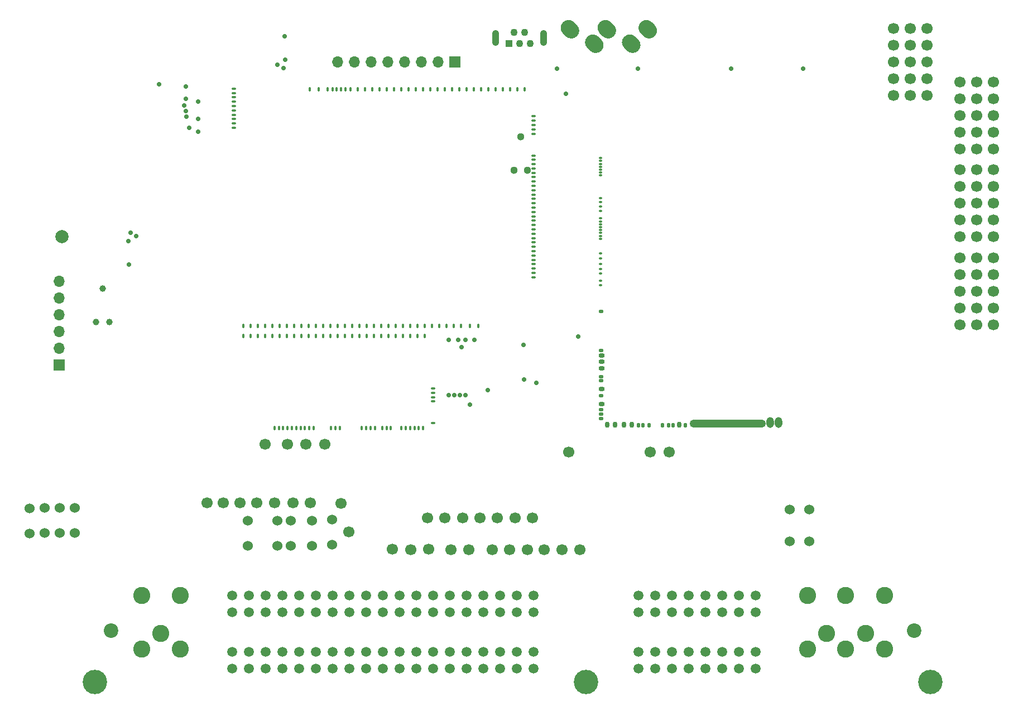
<source format=gbs>
G75*
G70*
%OFA0B0*%
%FSLAX25Y25*%
%IPPOS*%
%LPD*%
%AMOC8*
5,1,8,0,0,1.08239X$1,22.5*
%
%AMM69*
21,1,0.015350,0.009840,0.000000,0.000000,0.000000*
21,1,0.000000,0.025200,0.000000,0.000000,0.000000*
1,1,0.015350,0.000000,-0.004920*
1,1,0.015350,0.000000,-0.004920*
1,1,0.015350,0.000000,0.004920*
1,1,0.015350,0.000000,0.004920*
%
%AMM70*
21,1,0.015350,0.009840,0.000000,0.000000,270.000000*
21,1,0.000000,0.025200,0.000000,0.000000,270.000000*
1,1,0.015350,-0.004920,0.000000*
1,1,0.015350,-0.004920,0.000000*
1,1,0.015350,0.004920,0.000000*
1,1,0.015350,0.004920,0.000000*
%
%AMM85*
21,1,0.015350,0.009840,0.000000,0.000000,90.000000*
21,1,0.000000,0.025200,0.000000,0.000000,90.000000*
1,1,0.015350,0.004920,0.000000*
1,1,0.015350,0.004920,0.000000*
1,1,0.015350,-0.004920,0.000000*
1,1,0.015350,-0.004920,0.000000*
%
%ADD122O,0.04331X0.09449*%
%ADD127M70*%
%ADD130O,0.03937X0.05906*%
%ADD131C,0.02362*%
%ADD143O,0.01575X0.02362*%
%ADD150O,0.03701X0.02913*%
%ADD152O,0.06693X0.06693*%
%ADD160C,0.14567*%
%ADD166O,0.02913X0.02126*%
%ADD170O,0.02362X0.03150*%
%ADD187O,0.04488X0.06457*%
%ADD199O,0.45433X0.04882*%
%ADD214C,0.05906*%
%ADD233O,0.03150X0.02362*%
%ADD234O,0.02362X0.01575*%
%ADD244M85*%
%ADD245C,0.06000*%
%ADD260C,0.04451*%
%ADD264R,0.04331X0.04331*%
%ADD268C,0.08661*%
%ADD269C,0.04331*%
%ADD297O,0.02126X0.01339*%
%ADD307O,0.02913X0.03701*%
%ADD309O,0.01575X0.00787*%
%ADD312C,0.03900*%
%ADD40M69*%
%ADD41C,0.06693*%
%ADD43C,0.07874*%
%ADD50R,0.06693X0.06693*%
%ADD52O,0.44882X0.04331*%
%ADD73C,0.10236*%
%ADD77O,0.02126X0.02913*%
%ADD91C,0.02913*%
X0000000Y0000000D02*
%LPD*%
G01*
D160*
X0572236Y0021622D03*
X0073417Y0021622D03*
X0366724Y0021622D03*
D268*
X0562591Y0052331D03*
X0083063Y0052331D03*
D73*
X0101370Y0041307D03*
X0124205Y0041307D03*
X0112787Y0050480D03*
X0101370Y0073315D03*
X0124205Y0073315D03*
D214*
X0335307Y0073315D03*
X0325307Y0073315D03*
X0315307Y0073315D03*
X0305307Y0073315D03*
X0295307Y0073315D03*
X0285307Y0073315D03*
X0275307Y0073315D03*
X0265307Y0073315D03*
X0255307Y0073315D03*
X0245307Y0073315D03*
X0235307Y0073315D03*
X0225307Y0073315D03*
X0215307Y0073315D03*
X0205307Y0073315D03*
X0195307Y0073315D03*
X0185307Y0073315D03*
X0175307Y0073315D03*
X0165307Y0073315D03*
X0155307Y0073315D03*
X0335307Y0063315D03*
X0325307Y0063315D03*
X0315307Y0063315D03*
X0305307Y0063315D03*
X0295307Y0063315D03*
X0285307Y0063315D03*
X0275307Y0063315D03*
X0265307Y0063315D03*
X0255307Y0063315D03*
X0245307Y0063315D03*
X0235307Y0063315D03*
X0225307Y0063315D03*
X0215307Y0063315D03*
X0205307Y0063315D03*
X0195307Y0063315D03*
X0185307Y0063315D03*
X0175307Y0063315D03*
X0165307Y0063315D03*
X0155307Y0063315D03*
X0335307Y0039496D03*
X0325307Y0039496D03*
X0315307Y0039496D03*
X0305307Y0039496D03*
X0295307Y0039496D03*
X0285307Y0039496D03*
X0275307Y0039496D03*
X0265307Y0039496D03*
X0255307Y0039496D03*
X0245307Y0039496D03*
X0235307Y0039496D03*
X0225307Y0039496D03*
X0215307Y0039496D03*
X0205307Y0039496D03*
X0195307Y0039496D03*
X0185307Y0039496D03*
X0175307Y0039496D03*
X0165307Y0039496D03*
X0155307Y0039496D03*
X0335307Y0029496D03*
X0325307Y0029496D03*
X0315307Y0029496D03*
X0305307Y0029496D03*
X0295307Y0029496D03*
X0285307Y0029496D03*
X0275307Y0029496D03*
X0265307Y0029496D03*
X0255307Y0029496D03*
X0245307Y0029496D03*
X0235307Y0029496D03*
X0225307Y0029496D03*
X0215307Y0029496D03*
X0205307Y0029496D03*
X0195307Y0029496D03*
X0185307Y0029496D03*
X0175307Y0029496D03*
X0165307Y0029496D03*
X0155307Y0029496D03*
X0398181Y0029496D03*
X0408181Y0029496D03*
X0418181Y0029496D03*
X0428181Y0029496D03*
X0438181Y0029496D03*
X0448181Y0029496D03*
X0458181Y0029496D03*
X0468181Y0029496D03*
X0398181Y0039496D03*
X0408181Y0039496D03*
X0418181Y0039496D03*
X0428181Y0039496D03*
X0438181Y0039496D03*
X0448181Y0039496D03*
X0458181Y0039496D03*
X0468181Y0039496D03*
X0398181Y0063315D03*
X0408181Y0063315D03*
X0418181Y0063315D03*
X0428181Y0063315D03*
X0438181Y0063315D03*
X0448181Y0063315D03*
X0458181Y0063315D03*
X0468181Y0063315D03*
X0398181Y0073315D03*
X0408181Y0073315D03*
X0418181Y0073315D03*
X0428181Y0073315D03*
X0438181Y0073315D03*
X0448181Y0073315D03*
X0458181Y0073315D03*
X0468181Y0073315D03*
D73*
X0499008Y0041307D03*
X0521843Y0041307D03*
X0545071Y0041307D03*
X0510425Y0050480D03*
X0533654Y0050480D03*
X0499008Y0073315D03*
X0521843Y0073315D03*
X0545071Y0073315D03*
G36*
G01*
X0335982Y0358942D02*
X0334998Y0358942D01*
G75*
G02*
X0334506Y0359435I0000000J0000492D01*
G01*
X0334506Y0359435D01*
G75*
G02*
X0334998Y0359927I0000492J0000000D01*
G01*
X0335982Y0359927D01*
G75*
G02*
X0336474Y0359435I0000000J-000492D01*
G01*
X0336474Y0359435D01*
G75*
G02*
X0335982Y0358942I-000492J0000000D01*
G01*
G37*
G36*
G01*
X0334998Y0357328D02*
X0335982Y0357328D01*
G75*
G02*
X0336474Y0356836I0000000J-000492D01*
G01*
X0336474Y0356836D01*
G75*
G02*
X0335982Y0356344I-000492J0000000D01*
G01*
X0334998Y0356344D01*
G75*
G02*
X0334506Y0356836I0000000J0000492D01*
G01*
X0334506Y0356836D01*
G75*
G02*
X0334998Y0357328I0000492J0000000D01*
G01*
G37*
G36*
G01*
X0334998Y0354730D02*
X0335982Y0354730D01*
G75*
G02*
X0336474Y0354238I0000000J-000492D01*
G01*
X0336474Y0354238D01*
G75*
G02*
X0335982Y0353746I-000492J0000000D01*
G01*
X0334998Y0353746D01*
G75*
G02*
X0334506Y0354238I0000000J0000492D01*
G01*
X0334506Y0354238D01*
G75*
G02*
X0334998Y0354730I0000492J0000000D01*
G01*
G37*
G36*
G01*
X0334998Y0352131D02*
X0335982Y0352131D01*
G75*
G02*
X0336474Y0351639I0000000J-000492D01*
G01*
X0336474Y0351639D01*
G75*
G02*
X0335982Y0351147I-000492J0000000D01*
G01*
X0334998Y0351147D01*
G75*
G02*
X0334506Y0351639I0000000J0000492D01*
G01*
X0334506Y0351639D01*
G75*
G02*
X0334998Y0352131I0000492J0000000D01*
G01*
G37*
G36*
G01*
X0334998Y0349533D02*
X0335982Y0349533D01*
G75*
G02*
X0336474Y0349041I0000000J-000492D01*
G01*
X0336474Y0349041D01*
G75*
G02*
X0335982Y0348549I-000492J0000000D01*
G01*
X0334998Y0348549D01*
G75*
G02*
X0334506Y0349041I0000000J0000492D01*
G01*
X0334506Y0349041D01*
G75*
G02*
X0334998Y0349533I0000492J0000000D01*
G01*
G37*
G36*
G01*
X0334998Y0336541D02*
X0335982Y0336541D01*
G75*
G02*
X0336474Y0336049I0000000J-000492D01*
G01*
X0336474Y0336049D01*
G75*
G02*
X0335982Y0335557I-000492J0000000D01*
G01*
X0334998Y0335557D01*
G75*
G02*
X0334506Y0336049I0000000J0000492D01*
G01*
X0334506Y0336049D01*
G75*
G02*
X0334998Y0336541I0000492J0000000D01*
G01*
G37*
G36*
G01*
X0334998Y0333942D02*
X0335982Y0333942D01*
G75*
G02*
X0336474Y0333450I0000000J-000492D01*
G01*
X0336474Y0333450D01*
G75*
G02*
X0335982Y0332958I-000492J0000000D01*
G01*
X0334998Y0332958D01*
G75*
G02*
X0334506Y0333450I0000000J0000492D01*
G01*
X0334506Y0333450D01*
G75*
G02*
X0334998Y0333942I0000492J0000000D01*
G01*
G37*
G36*
G01*
X0334998Y0331344D02*
X0335982Y0331344D01*
G75*
G02*
X0336474Y0330852I0000000J-000492D01*
G01*
X0336474Y0330852D01*
G75*
G02*
X0335982Y0330360I-000492J0000000D01*
G01*
X0334998Y0330360D01*
G75*
G02*
X0334506Y0330852I0000000J0000492D01*
G01*
X0334506Y0330852D01*
G75*
G02*
X0334998Y0331344I0000492J0000000D01*
G01*
G37*
G36*
G01*
X0334998Y0328746D02*
X0335982Y0328746D01*
G75*
G02*
X0336474Y0328253I0000000J-000492D01*
G01*
X0336474Y0328253D01*
G75*
G02*
X0335982Y0327761I-000492J0000000D01*
G01*
X0334998Y0327761D01*
G75*
G02*
X0334506Y0328253I0000000J0000492D01*
G01*
X0334506Y0328253D01*
G75*
G02*
X0334998Y0328746I0000492J0000000D01*
G01*
G37*
G36*
G01*
X0334998Y0326147D02*
X0335982Y0326147D01*
G75*
G02*
X0336474Y0325655I0000000J-000492D01*
G01*
X0336474Y0325655D01*
G75*
G02*
X0335982Y0325163I-000492J0000000D01*
G01*
X0334998Y0325163D01*
G75*
G02*
X0334506Y0325655I0000000J0000492D01*
G01*
X0334506Y0325655D01*
G75*
G02*
X0334998Y0326147I0000492J0000000D01*
G01*
G37*
G36*
G01*
X0334998Y0323549D02*
X0335982Y0323549D01*
G75*
G02*
X0336474Y0323057I0000000J-000492D01*
G01*
X0336474Y0323057D01*
G75*
G02*
X0335982Y0322564I-000492J0000000D01*
G01*
X0334998Y0322564D01*
G75*
G02*
X0334506Y0323057I0000000J0000492D01*
G01*
X0334506Y0323057D01*
G75*
G02*
X0334998Y0323549I0000492J0000000D01*
G01*
G37*
G36*
G01*
X0334998Y0320950D02*
X0335982Y0320950D01*
G75*
G02*
X0336474Y0320458I0000000J-000492D01*
G01*
X0336474Y0320458D01*
G75*
G02*
X0335982Y0319966I-000492J0000000D01*
G01*
X0334998Y0319966D01*
G75*
G02*
X0334506Y0320458I0000000J0000492D01*
G01*
X0334506Y0320458D01*
G75*
G02*
X0334998Y0320950I0000492J0000000D01*
G01*
G37*
G36*
G01*
X0334998Y0318352D02*
X0335982Y0318352D01*
G75*
G02*
X0336474Y0317860I0000000J-000492D01*
G01*
X0336474Y0317860D01*
G75*
G02*
X0335982Y0317368I-000492J0000000D01*
G01*
X0334998Y0317368D01*
G75*
G02*
X0334506Y0317860I0000000J0000492D01*
G01*
X0334506Y0317860D01*
G75*
G02*
X0334998Y0318352I0000492J0000000D01*
G01*
G37*
G36*
G01*
X0334998Y0315753D02*
X0335982Y0315753D01*
G75*
G02*
X0336474Y0315261I0000000J-000492D01*
G01*
X0336474Y0315261D01*
G75*
G02*
X0335982Y0314769I-000492J0000000D01*
G01*
X0334998Y0314769D01*
G75*
G02*
X0334506Y0315261I0000000J0000492D01*
G01*
X0334506Y0315261D01*
G75*
G02*
X0334998Y0315753I0000492J0000000D01*
G01*
G37*
G36*
G01*
X0334998Y0313155D02*
X0335982Y0313155D01*
G75*
G02*
X0336474Y0312663I0000000J-000492D01*
G01*
X0336474Y0312663D01*
G75*
G02*
X0335982Y0312171I-000492J0000000D01*
G01*
X0334998Y0312171D01*
G75*
G02*
X0334506Y0312663I0000000J0000492D01*
G01*
X0334506Y0312663D01*
G75*
G02*
X0334998Y0313155I0000492J0000000D01*
G01*
G37*
G36*
G01*
X0334998Y0310557D02*
X0335982Y0310557D01*
G75*
G02*
X0336474Y0310064I0000000J-000492D01*
G01*
X0336474Y0310064D01*
G75*
G02*
X0335982Y0309572I-000492J0000000D01*
G01*
X0334998Y0309572D01*
G75*
G02*
X0334506Y0310064I0000000J0000492D01*
G01*
X0334506Y0310064D01*
G75*
G02*
X0334998Y0310557I0000492J0000000D01*
G01*
G37*
G36*
G01*
X0334998Y0307958D02*
X0335982Y0307958D01*
G75*
G02*
X0336474Y0307466I0000000J-000492D01*
G01*
X0336474Y0307466D01*
G75*
G02*
X0335982Y0306974I-000492J0000000D01*
G01*
X0334998Y0306974D01*
G75*
G02*
X0334506Y0307466I0000000J0000492D01*
G01*
X0334506Y0307466D01*
G75*
G02*
X0334998Y0307958I0000492J0000000D01*
G01*
G37*
G36*
G01*
X0334998Y0305360D02*
X0335982Y0305360D01*
G75*
G02*
X0336474Y0304868I0000000J-000492D01*
G01*
X0336474Y0304868D01*
G75*
G02*
X0335982Y0304375I-000492J0000000D01*
G01*
X0334998Y0304375D01*
G75*
G02*
X0334506Y0304868I0000000J0000492D01*
G01*
X0334506Y0304868D01*
G75*
G02*
X0334998Y0305360I0000492J0000000D01*
G01*
G37*
G36*
G01*
X0334998Y0302761D02*
X0335982Y0302761D01*
G75*
G02*
X0336474Y0302269I0000000J-000492D01*
G01*
X0336474Y0302269D01*
G75*
G02*
X0335982Y0301777I-000492J0000000D01*
G01*
X0334998Y0301777D01*
G75*
G02*
X0334506Y0302269I0000000J0000492D01*
G01*
X0334506Y0302269D01*
G75*
G02*
X0334998Y0302761I0000492J0000000D01*
G01*
G37*
G36*
G01*
X0334998Y0300163D02*
X0335982Y0300163D01*
G75*
G02*
X0336474Y0299671I0000000J-000492D01*
G01*
X0336474Y0299671D01*
G75*
G02*
X0335982Y0299179I-000492J0000000D01*
G01*
X0334998Y0299179D01*
G75*
G02*
X0334506Y0299671I0000000J0000492D01*
G01*
X0334506Y0299671D01*
G75*
G02*
X0334998Y0300163I0000492J0000000D01*
G01*
G37*
G36*
G01*
X0334998Y0297564D02*
X0335982Y0297564D01*
G75*
G02*
X0336474Y0297072I0000000J-000492D01*
G01*
X0336474Y0297072D01*
G75*
G02*
X0335982Y0296580I-000492J0000000D01*
G01*
X0334998Y0296580D01*
G75*
G02*
X0334506Y0297072I0000000J0000492D01*
G01*
X0334506Y0297072D01*
G75*
G02*
X0334998Y0297564I0000492J0000000D01*
G01*
G37*
G36*
G01*
X0334998Y0294966D02*
X0335982Y0294966D01*
G75*
G02*
X0336474Y0294474I0000000J-000492D01*
G01*
X0336474Y0294474D01*
G75*
G02*
X0335982Y0293982I-000492J0000000D01*
G01*
X0334998Y0293982D01*
G75*
G02*
X0334506Y0294474I0000000J0000492D01*
G01*
X0334506Y0294474D01*
G75*
G02*
X0334998Y0294966I0000492J0000000D01*
G01*
G37*
G36*
G01*
X0334998Y0292368D02*
X0335982Y0292368D01*
G75*
G02*
X0336474Y0291875I0000000J-000492D01*
G01*
X0336474Y0291875D01*
G75*
G02*
X0335982Y0291383I-000492J0000000D01*
G01*
X0334998Y0291383D01*
G75*
G02*
X0334506Y0291875I0000000J0000492D01*
G01*
X0334506Y0291875D01*
G75*
G02*
X0334998Y0292368I0000492J0000000D01*
G01*
G37*
G36*
G01*
X0334998Y0289769D02*
X0335982Y0289769D01*
G75*
G02*
X0336474Y0289277I0000000J-000492D01*
G01*
X0336474Y0289277D01*
G75*
G02*
X0335982Y0288785I-000492J0000000D01*
G01*
X0334998Y0288785D01*
G75*
G02*
X0334506Y0289277I0000000J0000492D01*
G01*
X0334506Y0289277D01*
G75*
G02*
X0334998Y0289769I0000492J0000000D01*
G01*
G37*
G36*
G01*
X0334998Y0287171D02*
X0335982Y0287171D01*
G75*
G02*
X0336474Y0286679I0000000J-000492D01*
G01*
X0336474Y0286679D01*
G75*
G02*
X0335982Y0286187I-000492J0000000D01*
G01*
X0334998Y0286187D01*
G75*
G02*
X0334506Y0286679I0000000J0000492D01*
G01*
X0334506Y0286679D01*
G75*
G02*
X0334998Y0287171I0000492J0000000D01*
G01*
G37*
G36*
G01*
X0334998Y0284572D02*
X0335982Y0284572D01*
G75*
G02*
X0336474Y0284080I0000000J-000492D01*
G01*
X0336474Y0284080D01*
G75*
G02*
X0335982Y0283588I-000492J0000000D01*
G01*
X0334998Y0283588D01*
G75*
G02*
X0334506Y0284080I0000000J0000492D01*
G01*
X0334506Y0284080D01*
G75*
G02*
X0334998Y0284572I0000492J0000000D01*
G01*
G37*
G36*
G01*
X0334998Y0281974D02*
X0335982Y0281974D01*
G75*
G02*
X0336474Y0281482I0000000J-000492D01*
G01*
X0336474Y0281482D01*
G75*
G02*
X0335982Y0280990I-000492J0000000D01*
G01*
X0334998Y0280990D01*
G75*
G02*
X0334506Y0281482I0000000J0000492D01*
G01*
X0334506Y0281482D01*
G75*
G02*
X0334998Y0281974I0000492J0000000D01*
G01*
G37*
G36*
G01*
X0334998Y0279375D02*
X0335982Y0279375D01*
G75*
G02*
X0336474Y0278883I0000000J-000492D01*
G01*
X0336474Y0278883D01*
G75*
G02*
X0335982Y0278391I-000492J0000000D01*
G01*
X0334998Y0278391D01*
G75*
G02*
X0334506Y0278883I0000000J0000492D01*
G01*
X0334506Y0278883D01*
G75*
G02*
X0334998Y0279375I0000492J0000000D01*
G01*
G37*
G36*
G01*
X0334998Y0276777D02*
X0335982Y0276777D01*
G75*
G02*
X0336474Y0276285I0000000J-000492D01*
G01*
X0336474Y0276285D01*
G75*
G02*
X0335982Y0275793I-000492J0000000D01*
G01*
X0334998Y0275793D01*
G75*
G02*
X0334506Y0276285I0000000J0000492D01*
G01*
X0334506Y0276285D01*
G75*
G02*
X0334998Y0276777I0000492J0000000D01*
G01*
G37*
G36*
G01*
X0334998Y0274179D02*
X0335982Y0274179D01*
G75*
G02*
X0336474Y0273687I0000000J-000492D01*
G01*
X0336474Y0273687D01*
G75*
G02*
X0335982Y0273194I-000492J0000000D01*
G01*
X0334998Y0273194D01*
G75*
G02*
X0334506Y0273687I0000000J0000492D01*
G01*
X0334506Y0273687D01*
G75*
G02*
X0334998Y0274179I0000492J0000000D01*
G01*
G37*
G36*
G01*
X0334998Y0271580D02*
X0335982Y0271580D01*
G75*
G02*
X0336474Y0271088I0000000J-000492D01*
G01*
X0336474Y0271088D01*
G75*
G02*
X0335982Y0270596I-000492J0000000D01*
G01*
X0334998Y0270596D01*
G75*
G02*
X0334506Y0271088I0000000J0000492D01*
G01*
X0334506Y0271088D01*
G75*
G02*
X0334998Y0271580I0000492J0000000D01*
G01*
G37*
G36*
G01*
X0334998Y0268982D02*
X0335982Y0268982D01*
G75*
G02*
X0336474Y0268490I0000000J-000492D01*
G01*
X0336474Y0268490D01*
G75*
G02*
X0335982Y0267998I-000492J0000000D01*
G01*
X0334998Y0267998D01*
G75*
G02*
X0334506Y0268490I0000000J0000492D01*
G01*
X0334506Y0268490D01*
G75*
G02*
X0334998Y0268982I0000492J0000000D01*
G01*
G37*
G36*
G01*
X0334998Y0266383D02*
X0335982Y0266383D01*
G75*
G02*
X0336474Y0265891I0000000J-000492D01*
G01*
X0336474Y0265891D01*
G75*
G02*
X0335982Y0265399I-000492J0000000D01*
G01*
X0334998Y0265399D01*
G75*
G02*
X0334506Y0265891I0000000J0000492D01*
G01*
X0334506Y0265891D01*
G75*
G02*
X0334998Y0266383I0000492J0000000D01*
G01*
G37*
G36*
G01*
X0334998Y0263785D02*
X0335982Y0263785D01*
G75*
G02*
X0336474Y0263293I0000000J-000492D01*
G01*
X0336474Y0263293D01*
G75*
G02*
X0335982Y0262801I-000492J0000000D01*
G01*
X0334998Y0262801D01*
G75*
G02*
X0334506Y0263293I0000000J0000492D01*
G01*
X0334506Y0263293D01*
G75*
G02*
X0334998Y0263785I0000492J0000000D01*
G01*
G37*
G36*
G01*
X0202333Y0376175D02*
X0202333Y0375190D01*
G75*
G02*
X0201841Y0374698I-000492J0000000D01*
G01*
X0201841Y0374698D01*
G75*
G02*
X0201348Y0375190I0000000J0000492D01*
G01*
X0201348Y0376175D01*
G75*
G02*
X0201841Y0376667I0000492J0000000D01*
G01*
X0201841Y0376667D01*
G75*
G02*
X0202333Y0376175I0000000J-000492D01*
G01*
G37*
G36*
G01*
X0206545Y0375190D02*
X0206545Y0376175D01*
G75*
G02*
X0207037Y0376667I0000492J0000000D01*
G01*
X0207037Y0376667D01*
G75*
G02*
X0207530Y0376175I0000000J-000492D01*
G01*
X0207530Y0375190D01*
G75*
G02*
X0207037Y0374698I-000492J0000000D01*
G01*
X0207037Y0374698D01*
G75*
G02*
X0206545Y0375190I0000000J0000492D01*
G01*
G37*
G36*
G01*
X0211742Y0375190D02*
X0211742Y0376175D01*
G75*
G02*
X0212234Y0376667I0000492J0000000D01*
G01*
X0212234Y0376667D01*
G75*
G02*
X0212726Y0376175I0000000J-000492D01*
G01*
X0212726Y0375190D01*
G75*
G02*
X0212234Y0374698I-000492J0000000D01*
G01*
X0212234Y0374698D01*
G75*
G02*
X0211742Y0375190I0000000J0000492D01*
G01*
G37*
G36*
G01*
X0214734Y0375190D02*
X0214734Y0376175D01*
G75*
G02*
X0215226Y0376667I0000492J0000000D01*
G01*
X0215226Y0376667D01*
G75*
G02*
X0215719Y0376175I0000000J-000492D01*
G01*
X0215719Y0375190D01*
G75*
G02*
X0215226Y0374698I-000492J0000000D01*
G01*
X0215226Y0374698D01*
G75*
G02*
X0214734Y0375190I0000000J0000492D01*
G01*
G37*
G36*
G01*
X0217352Y0375190D02*
X0217352Y0376175D01*
G75*
G02*
X0217845Y0376667I0000492J0000000D01*
G01*
X0217845Y0376667D01*
G75*
G02*
X0218337Y0376175I0000000J-000492D01*
G01*
X0218337Y0375190D01*
G75*
G02*
X0217845Y0374698I-000492J0000000D01*
G01*
X0217845Y0374698D01*
G75*
G02*
X0217352Y0375190I0000000J0000492D01*
G01*
G37*
G36*
G01*
X0219971Y0375190D02*
X0219971Y0376175D01*
G75*
G02*
X0220463Y0376667I0000492J0000000D01*
G01*
X0220463Y0376667D01*
G75*
G02*
X0220955Y0376175I0000000J-000492D01*
G01*
X0220955Y0375190D01*
G75*
G02*
X0220463Y0374698I-000492J0000000D01*
G01*
X0220463Y0374698D01*
G75*
G02*
X0219971Y0375190I0000000J0000492D01*
G01*
G37*
G36*
G01*
X0222589Y0375190D02*
X0222589Y0376175D01*
G75*
G02*
X0223081Y0376667I0000492J0000000D01*
G01*
X0223081Y0376667D01*
G75*
G02*
X0223573Y0376175I0000000J-000492D01*
G01*
X0223573Y0375190D01*
G75*
G02*
X0223081Y0374698I-000492J0000000D01*
G01*
X0223081Y0374698D01*
G75*
G02*
X0222589Y0375190I0000000J0000492D01*
G01*
G37*
G36*
G01*
X0225640Y0375190D02*
X0225640Y0376175D01*
G75*
G02*
X0226132Y0376667I0000492J0000000D01*
G01*
X0226132Y0376667D01*
G75*
G02*
X0226624Y0376175I0000000J-000492D01*
G01*
X0226624Y0375190D01*
G75*
G02*
X0226132Y0374698I-000492J0000000D01*
G01*
X0226132Y0374698D01*
G75*
G02*
X0225640Y0375190I0000000J0000492D01*
G01*
G37*
G36*
G01*
X0229970Y0375190D02*
X0229970Y0376175D01*
G75*
G02*
X0230463Y0376667I0000492J0000000D01*
G01*
X0230463Y0376667D01*
G75*
G02*
X0230955Y0376175I0000000J-000492D01*
G01*
X0230955Y0375190D01*
G75*
G02*
X0230463Y0374698I-000492J0000000D01*
G01*
X0230463Y0374698D01*
G75*
G02*
X0229970Y0375190I0000000J0000492D01*
G01*
G37*
G36*
G01*
X0234301Y0375190D02*
X0234301Y0376175D01*
G75*
G02*
X0234793Y0376667I0000492J0000000D01*
G01*
X0234793Y0376667D01*
G75*
G02*
X0235285Y0376175I0000000J-000492D01*
G01*
X0235285Y0375190D01*
G75*
G02*
X0234793Y0374698I-000492J0000000D01*
G01*
X0234793Y0374698D01*
G75*
G02*
X0234301Y0375190I0000000J0000492D01*
G01*
G37*
G36*
G01*
X0238632Y0375190D02*
X0238632Y0376175D01*
G75*
G02*
X0239124Y0376667I0000492J0000000D01*
G01*
X0239124Y0376667D01*
G75*
G02*
X0239616Y0376175I0000000J-000492D01*
G01*
X0239616Y0375190D01*
G75*
G02*
X0239124Y0374698I-000492J0000000D01*
G01*
X0239124Y0374698D01*
G75*
G02*
X0238632Y0375190I0000000J0000492D01*
G01*
G37*
G36*
G01*
X0242963Y0375190D02*
X0242963Y0376175D01*
G75*
G02*
X0243455Y0376667I0000492J0000000D01*
G01*
X0243455Y0376667D01*
G75*
G02*
X0243947Y0376175I0000000J-000492D01*
G01*
X0243947Y0375190D01*
G75*
G02*
X0243455Y0374698I-000492J0000000D01*
G01*
X0243455Y0374698D01*
G75*
G02*
X0242963Y0375190I0000000J0000492D01*
G01*
G37*
G36*
G01*
X0247293Y0375190D02*
X0247293Y0376175D01*
G75*
G02*
X0247785Y0376667I0000492J0000000D01*
G01*
X0247785Y0376667D01*
G75*
G02*
X0248278Y0376175I0000000J-000492D01*
G01*
X0248278Y0375190D01*
G75*
G02*
X0247785Y0374698I-000492J0000000D01*
G01*
X0247785Y0374698D01*
G75*
G02*
X0247293Y0375190I0000000J0000492D01*
G01*
G37*
G36*
G01*
X0251624Y0375190D02*
X0251624Y0376175D01*
G75*
G02*
X0252116Y0376667I0000492J0000000D01*
G01*
X0252116Y0376667D01*
G75*
G02*
X0252608Y0376175I0000000J-000492D01*
G01*
X0252608Y0375190D01*
G75*
G02*
X0252116Y0374698I-000492J0000000D01*
G01*
X0252116Y0374698D01*
G75*
G02*
X0251624Y0375190I0000000J0000492D01*
G01*
G37*
G36*
G01*
X0255955Y0375190D02*
X0255955Y0376175D01*
G75*
G02*
X0256447Y0376667I0000492J0000000D01*
G01*
X0256447Y0376667D01*
G75*
G02*
X0256939Y0376175I0000000J-000492D01*
G01*
X0256939Y0375190D01*
G75*
G02*
X0256447Y0374698I-000492J0000000D01*
G01*
X0256447Y0374698D01*
G75*
G02*
X0255955Y0375190I0000000J0000492D01*
G01*
G37*
G36*
G01*
X0260285Y0375190D02*
X0260285Y0376175D01*
G75*
G02*
X0260777Y0376667I0000492J0000000D01*
G01*
X0260777Y0376667D01*
G75*
G02*
X0261270Y0376175I0000000J-000492D01*
G01*
X0261270Y0375190D01*
G75*
G02*
X0260777Y0374698I-000492J0000000D01*
G01*
X0260777Y0374698D01*
G75*
G02*
X0260285Y0375190I0000000J0000492D01*
G01*
G37*
G36*
G01*
X0264616Y0375190D02*
X0264616Y0376175D01*
G75*
G02*
X0265108Y0376667I0000492J0000000D01*
G01*
X0265108Y0376667D01*
G75*
G02*
X0265600Y0376175I0000000J-000492D01*
G01*
X0265600Y0375190D01*
G75*
G02*
X0265108Y0374698I-000492J0000000D01*
G01*
X0265108Y0374698D01*
G75*
G02*
X0264616Y0375190I0000000J0000492D01*
G01*
G37*
G36*
G01*
X0268947Y0375190D02*
X0268947Y0376175D01*
G75*
G02*
X0269439Y0376667I0000492J0000000D01*
G01*
X0269439Y0376667D01*
G75*
G02*
X0269931Y0376175I0000000J-000492D01*
G01*
X0269931Y0375190D01*
G75*
G02*
X0269439Y0374698I-000492J0000000D01*
G01*
X0269439Y0374698D01*
G75*
G02*
X0268947Y0375190I0000000J0000492D01*
G01*
G37*
G36*
G01*
X0273277Y0375190D02*
X0273277Y0376175D01*
G75*
G02*
X0273770Y0376667I0000492J0000000D01*
G01*
X0273770Y0376667D01*
G75*
G02*
X0274262Y0376175I0000000J-000492D01*
G01*
X0274262Y0375190D01*
G75*
G02*
X0273770Y0374698I-000492J0000000D01*
G01*
X0273770Y0374698D01*
G75*
G02*
X0273277Y0375190I0000000J0000492D01*
G01*
G37*
G36*
G01*
X0277608Y0375190D02*
X0277608Y0376175D01*
G75*
G02*
X0278100Y0376667I0000492J0000000D01*
G01*
X0278100Y0376667D01*
G75*
G02*
X0278592Y0376175I0000000J-000492D01*
G01*
X0278592Y0375190D01*
G75*
G02*
X0278100Y0374698I-000492J0000000D01*
G01*
X0278100Y0374698D01*
G75*
G02*
X0277608Y0375190I0000000J0000492D01*
G01*
G37*
G36*
G01*
X0281939Y0375190D02*
X0281939Y0376175D01*
G75*
G02*
X0282431Y0376667I0000492J0000000D01*
G01*
X0282431Y0376667D01*
G75*
G02*
X0282923Y0376175I0000000J-000492D01*
G01*
X0282923Y0375190D01*
G75*
G02*
X0282431Y0374698I-000492J0000000D01*
G01*
X0282431Y0374698D01*
G75*
G02*
X0281939Y0375190I0000000J0000492D01*
G01*
G37*
G36*
G01*
X0286270Y0375190D02*
X0286270Y0376175D01*
G75*
G02*
X0286762Y0376667I0000492J0000000D01*
G01*
X0286762Y0376667D01*
G75*
G02*
X0287254Y0376175I0000000J-000492D01*
G01*
X0287254Y0375190D01*
G75*
G02*
X0286762Y0374698I-000492J0000000D01*
G01*
X0286762Y0374698D01*
G75*
G02*
X0286270Y0375190I0000000J0000492D01*
G01*
G37*
G36*
G01*
X0290600Y0375190D02*
X0290600Y0376175D01*
G75*
G02*
X0291092Y0376667I0000492J0000000D01*
G01*
X0291092Y0376667D01*
G75*
G02*
X0291585Y0376175I0000000J-000492D01*
G01*
X0291585Y0375190D01*
G75*
G02*
X0291092Y0374698I-000492J0000000D01*
G01*
X0291092Y0374698D01*
G75*
G02*
X0290600Y0375190I0000000J0000492D01*
G01*
G37*
G36*
G01*
X0294931Y0375190D02*
X0294931Y0376175D01*
G75*
G02*
X0295423Y0376667I0000492J0000000D01*
G01*
X0295423Y0376667D01*
G75*
G02*
X0295915Y0376175I0000000J-000492D01*
G01*
X0295915Y0375190D01*
G75*
G02*
X0295423Y0374698I-000492J0000000D01*
G01*
X0295423Y0374698D01*
G75*
G02*
X0294931Y0375190I0000000J0000492D01*
G01*
G37*
G36*
G01*
X0299262Y0375190D02*
X0299262Y0376175D01*
G75*
G02*
X0299754Y0376667I0000492J0000000D01*
G01*
X0299754Y0376667D01*
G75*
G02*
X0300246Y0376175I0000000J-000492D01*
G01*
X0300246Y0375190D01*
G75*
G02*
X0299754Y0374698I-000492J0000000D01*
G01*
X0299754Y0374698D01*
G75*
G02*
X0299262Y0375190I0000000J0000492D01*
G01*
G37*
G36*
G01*
X0303592Y0375190D02*
X0303592Y0376175D01*
G75*
G02*
X0304084Y0376667I0000492J0000000D01*
G01*
X0304084Y0376667D01*
G75*
G02*
X0304577Y0376175I0000000J-000492D01*
G01*
X0304577Y0375190D01*
G75*
G02*
X0304084Y0374698I-000492J0000000D01*
G01*
X0304084Y0374698D01*
G75*
G02*
X0303592Y0375190I0000000J0000492D01*
G01*
G37*
G36*
G01*
X0307923Y0375190D02*
X0307923Y0376175D01*
G75*
G02*
X0308415Y0376667I0000492J0000000D01*
G01*
X0308415Y0376667D01*
G75*
G02*
X0308907Y0376175I0000000J-000492D01*
G01*
X0308907Y0375190D01*
G75*
G02*
X0308415Y0374698I-000492J0000000D01*
G01*
X0308415Y0374698D01*
G75*
G02*
X0307923Y0375190I0000000J0000492D01*
G01*
G37*
G36*
G01*
X0312254Y0375190D02*
X0312254Y0376175D01*
G75*
G02*
X0312746Y0376667I0000492J0000000D01*
G01*
X0312746Y0376667D01*
G75*
G02*
X0313238Y0376175I0000000J-000492D01*
G01*
X0313238Y0375190D01*
G75*
G02*
X0312746Y0374698I-000492J0000000D01*
G01*
X0312746Y0374698D01*
G75*
G02*
X0312254Y0375190I0000000J0000492D01*
G01*
G37*
G36*
G01*
X0316584Y0375190D02*
X0316584Y0376175D01*
G75*
G02*
X0317077Y0376667I0000492J0000000D01*
G01*
X0317077Y0376667D01*
G75*
G02*
X0317569Y0376175I0000000J-000492D01*
G01*
X0317569Y0375190D01*
G75*
G02*
X0317077Y0374698I-000492J0000000D01*
G01*
X0317077Y0374698D01*
G75*
G02*
X0316584Y0375190I0000000J0000492D01*
G01*
G37*
G36*
G01*
X0320915Y0375190D02*
X0320915Y0376175D01*
G75*
G02*
X0321407Y0376667I0000492J0000000D01*
G01*
X0321407Y0376667D01*
G75*
G02*
X0321899Y0376175I0000000J-000492D01*
G01*
X0321899Y0375190D01*
G75*
G02*
X0321407Y0374698I-000492J0000000D01*
G01*
X0321407Y0374698D01*
G75*
G02*
X0320915Y0375190I0000000J0000492D01*
G01*
G37*
G36*
G01*
X0325246Y0375190D02*
X0325246Y0376175D01*
G75*
G02*
X0325738Y0376667I0000492J0000000D01*
G01*
X0325738Y0376667D01*
G75*
G02*
X0326230Y0376175I0000000J-000492D01*
G01*
X0326230Y0375190D01*
G75*
G02*
X0325738Y0374698I-000492J0000000D01*
G01*
X0325738Y0374698D01*
G75*
G02*
X0325246Y0375190I0000000J0000492D01*
G01*
G37*
G36*
G01*
X0329577Y0375190D02*
X0329577Y0376175D01*
G75*
G02*
X0330069Y0376667I0000492J0000000D01*
G01*
X0330069Y0376667D01*
G75*
G02*
X0330561Y0376175I0000000J-000492D01*
G01*
X0330561Y0375190D01*
G75*
G02*
X0330069Y0374698I-000492J0000000D01*
G01*
X0330069Y0374698D01*
G75*
G02*
X0329577Y0375190I0000000J0000492D01*
G01*
G37*
G36*
G01*
X0302018Y0233738D02*
X0302018Y0234722D01*
G75*
G02*
X0302510Y0235214I0000492J0000000D01*
G01*
X0302510Y0235214D01*
G75*
G02*
X0303002Y0234722I0000000J-000492D01*
G01*
X0303002Y0233738D01*
G75*
G02*
X0302510Y0233246I-000492J0000000D01*
G01*
X0302510Y0233246D01*
G75*
G02*
X0302018Y0233738I0000000J0000492D01*
G01*
G37*
G36*
G01*
X0297805Y0234722D02*
X0297805Y0233738D01*
G75*
G02*
X0297313Y0233246I-000492J0000000D01*
G01*
X0297313Y0233246D01*
G75*
G02*
X0296821Y0233738I0000000J0000492D01*
G01*
X0296821Y0234722D01*
G75*
G02*
X0297313Y0235214I0000492J0000000D01*
G01*
X0297313Y0235214D01*
G75*
G02*
X0297805Y0234722I0000000J-000492D01*
G01*
G37*
G36*
G01*
X0292608Y0234722D02*
X0292608Y0233738D01*
G75*
G02*
X0292116Y0233246I-000492J0000000D01*
G01*
X0292116Y0233246D01*
G75*
G02*
X0291624Y0233738I0000000J0000492D01*
G01*
X0291624Y0234722D01*
G75*
G02*
X0292116Y0235214I0000492J0000000D01*
G01*
X0292116Y0235214D01*
G75*
G02*
X0292608Y0234722I0000000J-000492D01*
G01*
G37*
G36*
G01*
X0288278Y0234722D02*
X0288278Y0233738D01*
G75*
G02*
X0287785Y0233246I-000492J0000000D01*
G01*
X0287785Y0233246D01*
G75*
G02*
X0287293Y0233738I0000000J0000492D01*
G01*
X0287293Y0234722D01*
G75*
G02*
X0287785Y0235214I0000492J0000000D01*
G01*
X0287785Y0235214D01*
G75*
G02*
X0288278Y0234722I0000000J-000492D01*
G01*
G37*
G36*
G01*
X0283947Y0234722D02*
X0283947Y0233738D01*
G75*
G02*
X0283455Y0233246I-000492J0000000D01*
G01*
X0283455Y0233246D01*
G75*
G02*
X0282963Y0233738I0000000J0000492D01*
G01*
X0282963Y0234722D01*
G75*
G02*
X0283455Y0235214I0000492J0000000D01*
G01*
X0283455Y0235214D01*
G75*
G02*
X0283947Y0234722I0000000J-000492D01*
G01*
G37*
G36*
G01*
X0279616Y0234722D02*
X0279616Y0233738D01*
G75*
G02*
X0279124Y0233246I-000492J0000000D01*
G01*
X0279124Y0233246D01*
G75*
G02*
X0278632Y0233738I0000000J0000492D01*
G01*
X0278632Y0234722D01*
G75*
G02*
X0279124Y0235214I0000492J0000000D01*
G01*
X0279124Y0235214D01*
G75*
G02*
X0279616Y0234722I0000000J-000492D01*
G01*
G37*
G36*
G01*
X0275285Y0234722D02*
X0275285Y0233738D01*
G75*
G02*
X0274793Y0233246I-000492J0000000D01*
G01*
X0274793Y0233246D01*
G75*
G02*
X0274301Y0233738I0000000J0000492D01*
G01*
X0274301Y0234722D01*
G75*
G02*
X0274793Y0235214I0000492J0000000D01*
G01*
X0274793Y0235214D01*
G75*
G02*
X0275285Y0234722I0000000J-000492D01*
G01*
G37*
G36*
G01*
X0270955Y0234722D02*
X0270955Y0233738D01*
G75*
G02*
X0270463Y0233246I-000492J0000000D01*
G01*
X0270463Y0233246D01*
G75*
G02*
X0269971Y0233738I0000000J0000492D01*
G01*
X0269971Y0234722D01*
G75*
G02*
X0270463Y0235214I0000492J0000000D01*
G01*
X0270463Y0235214D01*
G75*
G02*
X0270955Y0234722I0000000J-000492D01*
G01*
G37*
G36*
G01*
X0266624Y0234722D02*
X0266624Y0233738D01*
G75*
G02*
X0266132Y0233246I-000492J0000000D01*
G01*
X0266132Y0233246D01*
G75*
G02*
X0265640Y0233738I0000000J0000492D01*
G01*
X0265640Y0234722D01*
G75*
G02*
X0266132Y0235214I0000492J0000000D01*
G01*
X0266132Y0235214D01*
G75*
G02*
X0266624Y0234722I0000000J-000492D01*
G01*
G37*
G36*
G01*
X0262293Y0234722D02*
X0262293Y0233738D01*
G75*
G02*
X0261801Y0233246I-000492J0000000D01*
G01*
X0261801Y0233246D01*
G75*
G02*
X0261309Y0233738I0000000J0000492D01*
G01*
X0261309Y0234722D01*
G75*
G02*
X0261801Y0235214I0000492J0000000D01*
G01*
X0261801Y0235214D01*
G75*
G02*
X0262293Y0234722I0000000J-000492D01*
G01*
G37*
G36*
G01*
X0257963Y0234722D02*
X0257963Y0233738D01*
G75*
G02*
X0257471Y0233246I-000492J0000000D01*
G01*
X0257471Y0233246D01*
G75*
G02*
X0256978Y0233738I0000000J0000492D01*
G01*
X0256978Y0234722D01*
G75*
G02*
X0257471Y0235214I0000492J0000000D01*
G01*
X0257471Y0235214D01*
G75*
G02*
X0257963Y0234722I0000000J-000492D01*
G01*
G37*
G36*
G01*
X0253632Y0234722D02*
X0253632Y0233738D01*
G75*
G02*
X0253140Y0233246I-000492J0000000D01*
G01*
X0253140Y0233246D01*
G75*
G02*
X0252648Y0233738I0000000J0000492D01*
G01*
X0252648Y0234722D01*
G75*
G02*
X0253140Y0235214I0000492J0000000D01*
G01*
X0253140Y0235214D01*
G75*
G02*
X0253632Y0234722I0000000J-000492D01*
G01*
G37*
G36*
G01*
X0249301Y0234722D02*
X0249301Y0233738D01*
G75*
G02*
X0248809Y0233246I-000492J0000000D01*
G01*
X0248809Y0233246D01*
G75*
G02*
X0248317Y0233738I0000000J0000492D01*
G01*
X0248317Y0234722D01*
G75*
G02*
X0248809Y0235214I0000492J0000000D01*
G01*
X0248809Y0235214D01*
G75*
G02*
X0249301Y0234722I0000000J-000492D01*
G01*
G37*
G36*
G01*
X0244971Y0234722D02*
X0244971Y0233738D01*
G75*
G02*
X0244478Y0233246I-000492J0000000D01*
G01*
X0244478Y0233246D01*
G75*
G02*
X0243986Y0233738I0000000J0000492D01*
G01*
X0243986Y0234722D01*
G75*
G02*
X0244478Y0235214I0000492J0000000D01*
G01*
X0244478Y0235214D01*
G75*
G02*
X0244971Y0234722I0000000J-000492D01*
G01*
G37*
G36*
G01*
X0240640Y0234722D02*
X0240640Y0233738D01*
G75*
G02*
X0240148Y0233246I-000492J0000000D01*
G01*
X0240148Y0233246D01*
G75*
G02*
X0239656Y0233738I0000000J0000492D01*
G01*
X0239656Y0234722D01*
G75*
G02*
X0240148Y0235214I0000492J0000000D01*
G01*
X0240148Y0235214D01*
G75*
G02*
X0240640Y0234722I0000000J-000492D01*
G01*
G37*
G36*
G01*
X0236309Y0234722D02*
X0236309Y0233738D01*
G75*
G02*
X0235817Y0233246I-000492J0000000D01*
G01*
X0235817Y0233246D01*
G75*
G02*
X0235325Y0233738I0000000J0000492D01*
G01*
X0235325Y0234722D01*
G75*
G02*
X0235817Y0235214I0000492J0000000D01*
G01*
X0235817Y0235214D01*
G75*
G02*
X0236309Y0234722I0000000J-000492D01*
G01*
G37*
G36*
G01*
X0231978Y0234722D02*
X0231978Y0233738D01*
G75*
G02*
X0231486Y0233246I-000492J0000000D01*
G01*
X0231486Y0233246D01*
G75*
G02*
X0230994Y0233738I0000000J0000492D01*
G01*
X0230994Y0234722D01*
G75*
G02*
X0231486Y0235214I0000492J0000000D01*
G01*
X0231486Y0235214D01*
G75*
G02*
X0231978Y0234722I0000000J-000492D01*
G01*
G37*
G36*
G01*
X0227648Y0234722D02*
X0227648Y0233738D01*
G75*
G02*
X0227156Y0233246I-000492J0000000D01*
G01*
X0227156Y0233246D01*
G75*
G02*
X0226664Y0233738I0000000J0000492D01*
G01*
X0226664Y0234722D01*
G75*
G02*
X0227156Y0235214I0000492J0000000D01*
G01*
X0227156Y0235214D01*
G75*
G02*
X0227648Y0234722I0000000J-000492D01*
G01*
G37*
G36*
G01*
X0223317Y0234722D02*
X0223317Y0233738D01*
G75*
G02*
X0222825Y0233246I-000492J0000000D01*
G01*
X0222825Y0233246D01*
G75*
G02*
X0222333Y0233738I0000000J0000492D01*
G01*
X0222333Y0234722D01*
G75*
G02*
X0222825Y0235214I0000492J0000000D01*
G01*
X0222825Y0235214D01*
G75*
G02*
X0223317Y0234722I0000000J-000492D01*
G01*
G37*
G36*
G01*
X0218986Y0234722D02*
X0218986Y0233738D01*
G75*
G02*
X0218494Y0233246I-000492J0000000D01*
G01*
X0218494Y0233246D01*
G75*
G02*
X0218002Y0233738I0000000J0000492D01*
G01*
X0218002Y0234722D01*
G75*
G02*
X0218494Y0235214I0000492J0000000D01*
G01*
X0218494Y0235214D01*
G75*
G02*
X0218986Y0234722I0000000J-000492D01*
G01*
G37*
G36*
G01*
X0214656Y0234722D02*
X0214656Y0233738D01*
G75*
G02*
X0214164Y0233246I-000492J0000000D01*
G01*
X0214164Y0233246D01*
G75*
G02*
X0213671Y0233738I0000000J0000492D01*
G01*
X0213671Y0234722D01*
G75*
G02*
X0214164Y0235214I0000492J0000000D01*
G01*
X0214164Y0235214D01*
G75*
G02*
X0214656Y0234722I0000000J-000492D01*
G01*
G37*
G36*
G01*
X0210325Y0234722D02*
X0210325Y0233738D01*
G75*
G02*
X0209833Y0233246I-000492J0000000D01*
G01*
X0209833Y0233246D01*
G75*
G02*
X0209341Y0233738I0000000J0000492D01*
G01*
X0209341Y0234722D01*
G75*
G02*
X0209833Y0235214I0000492J0000000D01*
G01*
X0209833Y0235214D01*
G75*
G02*
X0210325Y0234722I0000000J-000492D01*
G01*
G37*
G36*
G01*
X0205994Y0234722D02*
X0205994Y0233738D01*
G75*
G02*
X0205502Y0233246I-000492J0000000D01*
G01*
X0205502Y0233246D01*
G75*
G02*
X0205010Y0233738I0000000J0000492D01*
G01*
X0205010Y0234722D01*
G75*
G02*
X0205502Y0235214I0000492J0000000D01*
G01*
X0205502Y0235214D01*
G75*
G02*
X0205994Y0234722I0000000J-000492D01*
G01*
G37*
G36*
G01*
X0201664Y0234722D02*
X0201664Y0233738D01*
G75*
G02*
X0201171Y0233246I-000492J0000000D01*
G01*
X0201171Y0233246D01*
G75*
G02*
X0200679Y0233738I0000000J0000492D01*
G01*
X0200679Y0234722D01*
G75*
G02*
X0201171Y0235214I0000492J0000000D01*
G01*
X0201171Y0235214D01*
G75*
G02*
X0201664Y0234722I0000000J-000492D01*
G01*
G37*
G36*
G01*
X0197333Y0234722D02*
X0197333Y0233738D01*
G75*
G02*
X0196841Y0233246I-000492J0000000D01*
G01*
X0196841Y0233246D01*
G75*
G02*
X0196349Y0233738I0000000J0000492D01*
G01*
X0196349Y0234722D01*
G75*
G02*
X0196841Y0235214I0000492J0000000D01*
G01*
X0196841Y0235214D01*
G75*
G02*
X0197333Y0234722I0000000J-000492D01*
G01*
G37*
G36*
G01*
X0193002Y0234722D02*
X0193002Y0233738D01*
G75*
G02*
X0192510Y0233246I-000492J0000000D01*
G01*
X0192510Y0233246D01*
G75*
G02*
X0192018Y0233738I0000000J0000492D01*
G01*
X0192018Y0234722D01*
G75*
G02*
X0192510Y0235214I0000492J0000000D01*
G01*
X0192510Y0235214D01*
G75*
G02*
X0193002Y0234722I0000000J-000492D01*
G01*
G37*
G36*
G01*
X0188671Y0234722D02*
X0188671Y0233738D01*
G75*
G02*
X0188179Y0233246I-000492J0000000D01*
G01*
X0188179Y0233246D01*
G75*
G02*
X0187687Y0233738I0000000J0000492D01*
G01*
X0187687Y0234722D01*
G75*
G02*
X0188179Y0235214I0000492J0000000D01*
G01*
X0188179Y0235214D01*
G75*
G02*
X0188671Y0234722I0000000J-000492D01*
G01*
G37*
G36*
G01*
X0184341Y0234722D02*
X0184341Y0233738D01*
G75*
G02*
X0183849Y0233246I-000492J0000000D01*
G01*
X0183849Y0233246D01*
G75*
G02*
X0183357Y0233738I0000000J0000492D01*
G01*
X0183357Y0234722D01*
G75*
G02*
X0183849Y0235214I0000492J0000000D01*
G01*
X0183849Y0235214D01*
G75*
G02*
X0184341Y0234722I0000000J-000492D01*
G01*
G37*
G36*
G01*
X0180010Y0234722D02*
X0180010Y0233738D01*
G75*
G02*
X0179518Y0233246I-000492J0000000D01*
G01*
X0179518Y0233246D01*
G75*
G02*
X0179026Y0233738I0000000J0000492D01*
G01*
X0179026Y0234722D01*
G75*
G02*
X0179518Y0235214I0000492J0000000D01*
G01*
X0179518Y0235214D01*
G75*
G02*
X0180010Y0234722I0000000J-000492D01*
G01*
G37*
G36*
G01*
X0175679Y0234722D02*
X0175679Y0233738D01*
G75*
G02*
X0175187Y0233246I-000492J0000000D01*
G01*
X0175187Y0233246D01*
G75*
G02*
X0174695Y0233738I0000000J0000492D01*
G01*
X0174695Y0234722D01*
G75*
G02*
X0175187Y0235214I0000492J0000000D01*
G01*
X0175187Y0235214D01*
G75*
G02*
X0175679Y0234722I0000000J-000492D01*
G01*
G37*
G36*
G01*
X0171349Y0234722D02*
X0171349Y0233738D01*
G75*
G02*
X0170857Y0233246I-000492J0000000D01*
G01*
X0170857Y0233246D01*
G75*
G02*
X0170364Y0233738I0000000J0000492D01*
G01*
X0170364Y0234722D01*
G75*
G02*
X0170857Y0235214I0000492J0000000D01*
G01*
X0170857Y0235214D01*
G75*
G02*
X0171349Y0234722I0000000J-000492D01*
G01*
G37*
G36*
G01*
X0167018Y0234722D02*
X0167018Y0233738D01*
G75*
G02*
X0166526Y0233246I-000492J0000000D01*
G01*
X0166526Y0233246D01*
G75*
G02*
X0166034Y0233738I0000000J0000492D01*
G01*
X0166034Y0234722D01*
G75*
G02*
X0166526Y0235214I0000492J0000000D01*
G01*
X0166526Y0235214D01*
G75*
G02*
X0167018Y0234722I0000000J-000492D01*
G01*
G37*
G36*
G01*
X0162687Y0234722D02*
X0162687Y0233738D01*
G75*
G02*
X0162195Y0233246I-000492J0000000D01*
G01*
X0162195Y0233246D01*
G75*
G02*
X0161703Y0233738I0000000J0000492D01*
G01*
X0161703Y0234722D01*
G75*
G02*
X0162195Y0235214I0000492J0000000D01*
G01*
X0162195Y0235214D01*
G75*
G02*
X0162687Y0234722I0000000J-000492D01*
G01*
G37*
G36*
G01*
X0156742Y0352072D02*
X0155758Y0352072D01*
G75*
G02*
X0155266Y0352564I0000000J0000492D01*
G01*
X0155266Y0352564D01*
G75*
G02*
X0155758Y0353057I0000492J0000000D01*
G01*
X0156742Y0353057D01*
G75*
G02*
X0157234Y0352564I0000000J-000492D01*
G01*
X0157234Y0352564D01*
G75*
G02*
X0156742Y0352072I-000492J0000000D01*
G01*
G37*
G36*
G01*
X0156742Y0354671D02*
X0155758Y0354671D01*
G75*
G02*
X0155266Y0355163I0000000J0000492D01*
G01*
X0155266Y0355163D01*
G75*
G02*
X0155758Y0355655I0000492J0000000D01*
G01*
X0156742Y0355655D01*
G75*
G02*
X0157234Y0355163I0000000J-000492D01*
G01*
X0157234Y0355163D01*
G75*
G02*
X0156742Y0354671I-000492J0000000D01*
G01*
G37*
G36*
G01*
X0156742Y0357269D02*
X0155758Y0357269D01*
G75*
G02*
X0155266Y0357761I0000000J0000492D01*
G01*
X0155266Y0357761D01*
G75*
G02*
X0155758Y0358253I0000492J0000000D01*
G01*
X0156742Y0358253D01*
G75*
G02*
X0157234Y0357761I0000000J-000492D01*
G01*
X0157234Y0357761D01*
G75*
G02*
X0156742Y0357269I-000492J0000000D01*
G01*
G37*
G36*
G01*
X0156742Y0359868D02*
X0155758Y0359868D01*
G75*
G02*
X0155266Y0360360I0000000J0000492D01*
G01*
X0155266Y0360360D01*
G75*
G02*
X0155758Y0360852I0000492J0000000D01*
G01*
X0156742Y0360852D01*
G75*
G02*
X0157234Y0360360I0000000J-000492D01*
G01*
X0157234Y0360360D01*
G75*
G02*
X0156742Y0359868I-000492J0000000D01*
G01*
G37*
G36*
G01*
X0156742Y0362466D02*
X0155758Y0362466D01*
G75*
G02*
X0155266Y0362958I0000000J0000492D01*
G01*
X0155266Y0362958D01*
G75*
G02*
X0155758Y0363450I0000492J0000000D01*
G01*
X0156742Y0363450D01*
G75*
G02*
X0157234Y0362958I0000000J-000492D01*
G01*
X0157234Y0362958D01*
G75*
G02*
X0156742Y0362466I-000492J0000000D01*
G01*
G37*
G36*
G01*
X0156742Y0365065D02*
X0155758Y0365065D01*
G75*
G02*
X0155266Y0365557I0000000J0000492D01*
G01*
X0155266Y0365557D01*
G75*
G02*
X0155758Y0366049I0000492J0000000D01*
G01*
X0156742Y0366049D01*
G75*
G02*
X0157234Y0365557I0000000J-000492D01*
G01*
X0157234Y0365557D01*
G75*
G02*
X0156742Y0365065I-000492J0000000D01*
G01*
G37*
G36*
G01*
X0156742Y0367663D02*
X0155758Y0367663D01*
G75*
G02*
X0155266Y0368155I0000000J0000492D01*
G01*
X0155266Y0368155D01*
G75*
G02*
X0155758Y0368647I0000492J0000000D01*
G01*
X0156742Y0368647D01*
G75*
G02*
X0157234Y0368155I0000000J-000492D01*
G01*
X0157234Y0368155D01*
G75*
G02*
X0156742Y0367663I-000492J0000000D01*
G01*
G37*
G36*
G01*
X0156742Y0370261D02*
X0155758Y0370261D01*
G75*
G02*
X0155266Y0370753I0000000J0000492D01*
G01*
X0155266Y0370753D01*
G75*
G02*
X0155758Y0371246I0000492J0000000D01*
G01*
X0156742Y0371246D01*
G75*
G02*
X0157234Y0370753I0000000J-000492D01*
G01*
X0157234Y0370753D01*
G75*
G02*
X0156742Y0370261I-000492J0000000D01*
G01*
G37*
G36*
G01*
X0156742Y0372860D02*
X0155758Y0372860D01*
G75*
G02*
X0155266Y0373352I0000000J0000492D01*
G01*
X0155266Y0373352D01*
G75*
G02*
X0155758Y0373844I0000492J0000000D01*
G01*
X0156742Y0373844D01*
G75*
G02*
X0157234Y0373352I0000000J-000492D01*
G01*
X0157234Y0373352D01*
G75*
G02*
X0156742Y0372860I-000492J0000000D01*
G01*
G37*
G36*
G01*
X0156742Y0375458D02*
X0155758Y0375458D01*
G75*
G02*
X0155266Y0375950I0000000J0000492D01*
G01*
X0155266Y0375950D01*
G75*
G02*
X0155758Y0376442I0000492J0000000D01*
G01*
X0156742Y0376442D01*
G75*
G02*
X0157234Y0375950I0000000J-000492D01*
G01*
X0157234Y0375950D01*
G75*
G02*
X0156742Y0375458I-000492J0000000D01*
G01*
G37*
D41*
X0175000Y0163583D03*
X0590000Y0287598D03*
X0590000Y0297598D03*
X0590000Y0307598D03*
X0590000Y0317598D03*
X0590000Y0327598D03*
X0600000Y0287598D03*
X0600000Y0297598D03*
X0600000Y0307598D03*
X0600000Y0317598D03*
X0600000Y0327598D03*
X0610000Y0287598D03*
X0610000Y0297598D03*
X0610000Y0307598D03*
X0610000Y0317598D03*
X0610000Y0327598D03*
D131*
X0185974Y0388314D03*
X0182530Y0390381D03*
X0187156Y0393333D03*
X0186860Y0407310D03*
D41*
X0225197Y0111319D03*
D131*
X0127982Y0369741D03*
X0135206Y0368068D03*
X0127135Y0365902D03*
X0127982Y0362458D03*
X0128277Y0359111D03*
X0135206Y0357831D03*
X0130049Y0352713D03*
X0135206Y0350154D03*
X0111879Y0378402D03*
X0127923Y0377221D03*
G36*
G01*
X0275935Y0196376D02*
X0274951Y0196376D01*
G75*
G02*
X0274459Y0196868I0000000J0000492D01*
G01*
X0274459Y0196868D01*
G75*
G02*
X0274951Y0197361I0000492J0000000D01*
G01*
X0275935Y0197361D01*
G75*
G02*
X0276427Y0196868I0000000J-000492D01*
G01*
X0276427Y0196868D01*
G75*
G02*
X0275935Y0196376I-000492J0000000D01*
G01*
G37*
G36*
G01*
X0275935Y0193778D02*
X0274951Y0193778D01*
G75*
G02*
X0274459Y0194270I0000000J0000492D01*
G01*
X0274459Y0194270D01*
G75*
G02*
X0274951Y0194762I0000492J0000000D01*
G01*
X0275935Y0194762D01*
G75*
G02*
X0276427Y0194270I0000000J-000492D01*
G01*
X0276427Y0194270D01*
G75*
G02*
X0275935Y0193778I-000492J0000000D01*
G01*
G37*
G36*
G01*
X0275935Y0191179D02*
X0274951Y0191179D01*
G75*
G02*
X0274459Y0191672I0000000J0000492D01*
G01*
X0274459Y0191672D01*
G75*
G02*
X0274951Y0192164I0000492J0000000D01*
G01*
X0275935Y0192164D01*
G75*
G02*
X0276427Y0191672I0000000J-000492D01*
G01*
X0276427Y0191672D01*
G75*
G02*
X0275935Y0191179I-000492J0000000D01*
G01*
G37*
G36*
G01*
X0275935Y0188581D02*
X0274951Y0188581D01*
G75*
G02*
X0274459Y0189073I0000000J0000492D01*
G01*
X0274459Y0189073D01*
G75*
G02*
X0274951Y0189565I0000492J0000000D01*
G01*
X0275935Y0189565D01*
G75*
G02*
X0276427Y0189073I0000000J-000492D01*
G01*
X0276427Y0189073D01*
G75*
G02*
X0275935Y0188581I-000492J0000000D01*
G01*
G37*
G36*
G01*
X0275935Y0175589D02*
X0274951Y0175589D01*
G75*
G02*
X0274459Y0176081I0000000J0000492D01*
G01*
X0274459Y0176081D01*
G75*
G02*
X0274951Y0176573I0000492J0000000D01*
G01*
X0275935Y0176573D01*
G75*
G02*
X0276427Y0176081I0000000J-000492D01*
G01*
X0276427Y0176081D01*
G75*
G02*
X0275935Y0175589I-000492J0000000D01*
G01*
G37*
G36*
G01*
X0162667Y0228734D02*
X0162667Y0227750D01*
G75*
G02*
X0162175Y0227257I-000492J0000000D01*
G01*
X0162175Y0227257D01*
G75*
G02*
X0161683Y0227750I0000000J0000492D01*
G01*
X0161683Y0228734D01*
G75*
G02*
X0162175Y0229226I0000492J0000000D01*
G01*
X0162175Y0229226D01*
G75*
G02*
X0162667Y0228734I0000000J-000492D01*
G01*
G37*
G36*
G01*
X0166014Y0227750D02*
X0166014Y0228734D01*
G75*
G02*
X0166506Y0229226I0000492J0000000D01*
G01*
X0166506Y0229226D01*
G75*
G02*
X0166998Y0228734I0000000J-000492D01*
G01*
X0166998Y0227750D01*
G75*
G02*
X0166506Y0227257I-000492J0000000D01*
G01*
X0166506Y0227257D01*
G75*
G02*
X0166014Y0227750I0000000J0000492D01*
G01*
G37*
G36*
G01*
X0170345Y0227750D02*
X0170345Y0228734D01*
G75*
G02*
X0170837Y0229226I0000492J0000000D01*
G01*
X0170837Y0229226D01*
G75*
G02*
X0171329Y0228734I0000000J-000492D01*
G01*
X0171329Y0227750D01*
G75*
G02*
X0170837Y0227257I-000492J0000000D01*
G01*
X0170837Y0227257D01*
G75*
G02*
X0170345Y0227750I0000000J0000492D01*
G01*
G37*
G36*
G01*
X0174675Y0227750D02*
X0174675Y0228734D01*
G75*
G02*
X0175167Y0229226I0000492J0000000D01*
G01*
X0175167Y0229226D01*
G75*
G02*
X0175659Y0228734I0000000J-000492D01*
G01*
X0175659Y0227750D01*
G75*
G02*
X0175167Y0227257I-000492J0000000D01*
G01*
X0175167Y0227257D01*
G75*
G02*
X0174675Y0227750I0000000J0000492D01*
G01*
G37*
G36*
G01*
X0179006Y0227750D02*
X0179006Y0228734D01*
G75*
G02*
X0179498Y0229226I0000492J0000000D01*
G01*
X0179498Y0229226D01*
G75*
G02*
X0179990Y0228734I0000000J-000492D01*
G01*
X0179990Y0227750D01*
G75*
G02*
X0179498Y0227257I-000492J0000000D01*
G01*
X0179498Y0227257D01*
G75*
G02*
X0179006Y0227750I0000000J0000492D01*
G01*
G37*
G36*
G01*
X0183337Y0227750D02*
X0183337Y0228734D01*
G75*
G02*
X0183829Y0229226I0000492J0000000D01*
G01*
X0183829Y0229226D01*
G75*
G02*
X0184321Y0228734I0000000J-000492D01*
G01*
X0184321Y0227750D01*
G75*
G02*
X0183829Y0227257I-000492J0000000D01*
G01*
X0183829Y0227257D01*
G75*
G02*
X0183337Y0227750I0000000J0000492D01*
G01*
G37*
G36*
G01*
X0187667Y0227750D02*
X0187667Y0228734D01*
G75*
G02*
X0188159Y0229226I0000492J0000000D01*
G01*
X0188159Y0229226D01*
G75*
G02*
X0188652Y0228734I0000000J-000492D01*
G01*
X0188652Y0227750D01*
G75*
G02*
X0188159Y0227257I-000492J0000000D01*
G01*
X0188159Y0227257D01*
G75*
G02*
X0187667Y0227750I0000000J0000492D01*
G01*
G37*
G36*
G01*
X0191998Y0227750D02*
X0191998Y0228734D01*
G75*
G02*
X0192490Y0229226I0000492J0000000D01*
G01*
X0192490Y0229226D01*
G75*
G02*
X0192982Y0228734I0000000J-000492D01*
G01*
X0192982Y0227750D01*
G75*
G02*
X0192490Y0227257I-000492J0000000D01*
G01*
X0192490Y0227257D01*
G75*
G02*
X0191998Y0227750I0000000J0000492D01*
G01*
G37*
G36*
G01*
X0196329Y0227750D02*
X0196329Y0228734D01*
G75*
G02*
X0196821Y0229226I0000492J0000000D01*
G01*
X0196821Y0229226D01*
G75*
G02*
X0197313Y0228734I0000000J-000492D01*
G01*
X0197313Y0227750D01*
G75*
G02*
X0196821Y0227257I-000492J0000000D01*
G01*
X0196821Y0227257D01*
G75*
G02*
X0196329Y0227750I0000000J0000492D01*
G01*
G37*
G36*
G01*
X0200659Y0227750D02*
X0200659Y0228734D01*
G75*
G02*
X0201152Y0229226I0000492J0000000D01*
G01*
X0201152Y0229226D01*
G75*
G02*
X0201644Y0228734I0000000J-000492D01*
G01*
X0201644Y0227750D01*
G75*
G02*
X0201152Y0227257I-000492J0000000D01*
G01*
X0201152Y0227257D01*
G75*
G02*
X0200659Y0227750I0000000J0000492D01*
G01*
G37*
G36*
G01*
X0204990Y0227750D02*
X0204990Y0228734D01*
G75*
G02*
X0205482Y0229226I0000492J0000000D01*
G01*
X0205482Y0229226D01*
G75*
G02*
X0205974Y0228734I0000000J-000492D01*
G01*
X0205974Y0227750D01*
G75*
G02*
X0205482Y0227257I-000492J0000000D01*
G01*
X0205482Y0227257D01*
G75*
G02*
X0204990Y0227750I0000000J0000492D01*
G01*
G37*
G36*
G01*
X0209321Y0227750D02*
X0209321Y0228734D01*
G75*
G02*
X0209813Y0229226I0000492J0000000D01*
G01*
X0209813Y0229226D01*
G75*
G02*
X0210305Y0228734I0000000J-000492D01*
G01*
X0210305Y0227750D01*
G75*
G02*
X0209813Y0227257I-000492J0000000D01*
G01*
X0209813Y0227257D01*
G75*
G02*
X0209321Y0227750I0000000J0000492D01*
G01*
G37*
G36*
G01*
X0213652Y0227750D02*
X0213652Y0228734D01*
G75*
G02*
X0214144Y0229226I0000492J0000000D01*
G01*
X0214144Y0229226D01*
G75*
G02*
X0214636Y0228734I0000000J-000492D01*
G01*
X0214636Y0227750D01*
G75*
G02*
X0214144Y0227257I-000492J0000000D01*
G01*
X0214144Y0227257D01*
G75*
G02*
X0213652Y0227750I0000000J0000492D01*
G01*
G37*
G36*
G01*
X0217982Y0227750D02*
X0217982Y0228734D01*
G75*
G02*
X0218474Y0229226I0000492J0000000D01*
G01*
X0218474Y0229226D01*
G75*
G02*
X0218966Y0228734I0000000J-000492D01*
G01*
X0218966Y0227750D01*
G75*
G02*
X0218474Y0227257I-000492J0000000D01*
G01*
X0218474Y0227257D01*
G75*
G02*
X0217982Y0227750I0000000J0000492D01*
G01*
G37*
G36*
G01*
X0222313Y0227750D02*
X0222313Y0228734D01*
G75*
G02*
X0222805Y0229226I0000492J0000000D01*
G01*
X0222805Y0229226D01*
G75*
G02*
X0223297Y0228734I0000000J-000492D01*
G01*
X0223297Y0227750D01*
G75*
G02*
X0222805Y0227257I-000492J0000000D01*
G01*
X0222805Y0227257D01*
G75*
G02*
X0222313Y0227750I0000000J0000492D01*
G01*
G37*
G36*
G01*
X0226644Y0227750D02*
X0226644Y0228734D01*
G75*
G02*
X0227136Y0229226I0000492J0000000D01*
G01*
X0227136Y0229226D01*
G75*
G02*
X0227628Y0228734I0000000J-000492D01*
G01*
X0227628Y0227750D01*
G75*
G02*
X0227136Y0227257I-000492J0000000D01*
G01*
X0227136Y0227257D01*
G75*
G02*
X0226644Y0227750I0000000J0000492D01*
G01*
G37*
G36*
G01*
X0230974Y0227750D02*
X0230974Y0228734D01*
G75*
G02*
X0231466Y0229226I0000492J0000000D01*
G01*
X0231466Y0229226D01*
G75*
G02*
X0231959Y0228734I0000000J-000492D01*
G01*
X0231959Y0227750D01*
G75*
G02*
X0231466Y0227257I-000492J0000000D01*
G01*
X0231466Y0227257D01*
G75*
G02*
X0230974Y0227750I0000000J0000492D01*
G01*
G37*
G36*
G01*
X0235305Y0227750D02*
X0235305Y0228734D01*
G75*
G02*
X0235797Y0229226I0000492J0000000D01*
G01*
X0235797Y0229226D01*
G75*
G02*
X0236289Y0228734I0000000J-000492D01*
G01*
X0236289Y0227750D01*
G75*
G02*
X0235797Y0227257I-000492J0000000D01*
G01*
X0235797Y0227257D01*
G75*
G02*
X0235305Y0227750I0000000J0000492D01*
G01*
G37*
G36*
G01*
X0239636Y0227750D02*
X0239636Y0228734D01*
G75*
G02*
X0240128Y0229226I0000492J0000000D01*
G01*
X0240128Y0229226D01*
G75*
G02*
X0240620Y0228734I0000000J-000492D01*
G01*
X0240620Y0227750D01*
G75*
G02*
X0240128Y0227257I-000492J0000000D01*
G01*
X0240128Y0227257D01*
G75*
G02*
X0239636Y0227750I0000000J0000492D01*
G01*
G37*
G36*
G01*
X0243966Y0227750D02*
X0243966Y0228734D01*
G75*
G02*
X0244459Y0229226I0000492J0000000D01*
G01*
X0244459Y0229226D01*
G75*
G02*
X0244951Y0228734I0000000J-000492D01*
G01*
X0244951Y0227750D01*
G75*
G02*
X0244459Y0227257I-000492J0000000D01*
G01*
X0244459Y0227257D01*
G75*
G02*
X0243966Y0227750I0000000J0000492D01*
G01*
G37*
G36*
G01*
X0248297Y0227750D02*
X0248297Y0228734D01*
G75*
G02*
X0248789Y0229226I0000492J0000000D01*
G01*
X0248789Y0229226D01*
G75*
G02*
X0249281Y0228734I0000000J-000492D01*
G01*
X0249281Y0227750D01*
G75*
G02*
X0248789Y0227257I-000492J0000000D01*
G01*
X0248789Y0227257D01*
G75*
G02*
X0248297Y0227750I0000000J0000492D01*
G01*
G37*
G36*
G01*
X0252628Y0227750D02*
X0252628Y0228734D01*
G75*
G02*
X0253120Y0229226I0000492J0000000D01*
G01*
X0253120Y0229226D01*
G75*
G02*
X0253612Y0228734I0000000J-000492D01*
G01*
X0253612Y0227750D01*
G75*
G02*
X0253120Y0227257I-000492J0000000D01*
G01*
X0253120Y0227257D01*
G75*
G02*
X0252628Y0227750I0000000J0000492D01*
G01*
G37*
G36*
G01*
X0256959Y0227750D02*
X0256959Y0228734D01*
G75*
G02*
X0257451Y0229226I0000492J0000000D01*
G01*
X0257451Y0229226D01*
G75*
G02*
X0257943Y0228734I0000000J-000492D01*
G01*
X0257943Y0227750D01*
G75*
G02*
X0257451Y0227257I-000492J0000000D01*
G01*
X0257451Y0227257D01*
G75*
G02*
X0256959Y0227750I0000000J0000492D01*
G01*
G37*
G36*
G01*
X0261289Y0227750D02*
X0261289Y0228734D01*
G75*
G02*
X0261781Y0229226I0000492J0000000D01*
G01*
X0261781Y0229226D01*
G75*
G02*
X0262273Y0228734I0000000J-000492D01*
G01*
X0262273Y0227750D01*
G75*
G02*
X0261781Y0227257I-000492J0000000D01*
G01*
X0261781Y0227257D01*
G75*
G02*
X0261289Y0227750I0000000J0000492D01*
G01*
G37*
G36*
G01*
X0265620Y0227750D02*
X0265620Y0228734D01*
G75*
G02*
X0266112Y0229226I0000492J0000000D01*
G01*
X0266112Y0229226D01*
G75*
G02*
X0266604Y0228734I0000000J-000492D01*
G01*
X0266604Y0227750D01*
G75*
G02*
X0266112Y0227257I-000492J0000000D01*
G01*
X0266112Y0227257D01*
G75*
G02*
X0265620Y0227750I0000000J0000492D01*
G01*
G37*
G36*
G01*
X0269951Y0227750D02*
X0269951Y0228734D01*
G75*
G02*
X0270443Y0229226I0000492J0000000D01*
G01*
X0270443Y0229226D01*
G75*
G02*
X0270935Y0228734I0000000J-000492D01*
G01*
X0270935Y0227750D01*
G75*
G02*
X0270443Y0227257I-000492J0000000D01*
G01*
X0270443Y0227257D01*
G75*
G02*
X0269951Y0227750I0000000J0000492D01*
G01*
G37*
G36*
G01*
X0268963Y0172781D02*
X0268963Y0173765D01*
G75*
G02*
X0269455Y0174257I0000492J0000000D01*
G01*
X0269455Y0174257D01*
G75*
G02*
X0269947Y0173765I0000000J-000492D01*
G01*
X0269947Y0172781D01*
G75*
G02*
X0269455Y0172289I-000492J0000000D01*
G01*
X0269455Y0172289D01*
G75*
G02*
X0268963Y0172781I0000000J0000492D01*
G01*
G37*
G36*
G01*
X0266364Y0172781D02*
X0266364Y0173765D01*
G75*
G02*
X0266856Y0174257I0000492J0000000D01*
G01*
X0266856Y0174257D01*
G75*
G02*
X0267348Y0173765I0000000J-000492D01*
G01*
X0267348Y0172781D01*
G75*
G02*
X0266856Y0172289I-000492J0000000D01*
G01*
X0266856Y0172289D01*
G75*
G02*
X0266364Y0172781I0000000J0000492D01*
G01*
G37*
G36*
G01*
X0263766Y0172781D02*
X0263766Y0173765D01*
G75*
G02*
X0264258Y0174257I0000492J0000000D01*
G01*
X0264258Y0174257D01*
G75*
G02*
X0264750Y0173765I0000000J-000492D01*
G01*
X0264750Y0172781D01*
G75*
G02*
X0264258Y0172289I-000492J0000000D01*
G01*
X0264258Y0172289D01*
G75*
G02*
X0263766Y0172781I0000000J0000492D01*
G01*
G37*
G36*
G01*
X0261167Y0172781D02*
X0261167Y0173765D01*
G75*
G02*
X0261659Y0174257I0000492J0000000D01*
G01*
X0261659Y0174257D01*
G75*
G02*
X0262152Y0173765I0000000J-000492D01*
G01*
X0262152Y0172781D01*
G75*
G02*
X0261659Y0172289I-000492J0000000D01*
G01*
X0261659Y0172289D01*
G75*
G02*
X0261167Y0172781I0000000J0000492D01*
G01*
G37*
G36*
G01*
X0258569Y0172781D02*
X0258569Y0173765D01*
G75*
G02*
X0259061Y0174257I0000492J0000000D01*
G01*
X0259061Y0174257D01*
G75*
G02*
X0259553Y0173765I0000000J-000492D01*
G01*
X0259553Y0172781D01*
G75*
G02*
X0259061Y0172289I-000492J0000000D01*
G01*
X0259061Y0172289D01*
G75*
G02*
X0258569Y0172781I0000000J0000492D01*
G01*
G37*
G36*
G01*
X0255970Y0172781D02*
X0255970Y0173765D01*
G75*
G02*
X0256463Y0174257I0000492J0000000D01*
G01*
X0256463Y0174257D01*
G75*
G02*
X0256955Y0173765I0000000J-000492D01*
G01*
X0256955Y0172781D01*
G75*
G02*
X0256463Y0172289I-000492J0000000D01*
G01*
X0256463Y0172289D01*
G75*
G02*
X0255970Y0172781I0000000J0000492D01*
G01*
G37*
G36*
G01*
X0249667Y0172781D02*
X0249667Y0173765D01*
G75*
G02*
X0250159Y0174257I0000492J0000000D01*
G01*
X0250159Y0174257D01*
G75*
G02*
X0250652Y0173765I0000000J-000492D01*
G01*
X0250652Y0172781D01*
G75*
G02*
X0250159Y0172289I-000492J0000000D01*
G01*
X0250159Y0172289D01*
G75*
G02*
X0249667Y0172781I0000000J0000492D01*
G01*
G37*
G36*
G01*
X0247069Y0172781D02*
X0247069Y0173765D01*
G75*
G02*
X0247561Y0174257I0000492J0000000D01*
G01*
X0247561Y0174257D01*
G75*
G02*
X0248053Y0173765I0000000J-000492D01*
G01*
X0248053Y0172781D01*
G75*
G02*
X0247561Y0172289I-000492J0000000D01*
G01*
X0247561Y0172289D01*
G75*
G02*
X0247069Y0172781I0000000J0000492D01*
G01*
G37*
G36*
G01*
X0244470Y0172781D02*
X0244470Y0173765D01*
G75*
G02*
X0244963Y0174257I0000492J0000000D01*
G01*
X0244963Y0174257D01*
G75*
G02*
X0245455Y0173765I0000000J-000492D01*
G01*
X0245455Y0172781D01*
G75*
G02*
X0244963Y0172289I-000492J0000000D01*
G01*
X0244963Y0172289D01*
G75*
G02*
X0244470Y0172781I0000000J0000492D01*
G01*
G37*
G36*
G01*
X0240057Y0172781D02*
X0240057Y0173765D01*
G75*
G02*
X0240550Y0174257I0000492J0000000D01*
G01*
X0240550Y0174257D01*
G75*
G02*
X0241042Y0173765I0000000J-000492D01*
G01*
X0241042Y0172781D01*
G75*
G02*
X0240550Y0172289I-000492J0000000D01*
G01*
X0240550Y0172289D01*
G75*
G02*
X0240057Y0172781I0000000J0000492D01*
G01*
G37*
G36*
G01*
X0237459Y0172781D02*
X0237459Y0173765D01*
G75*
G02*
X0237951Y0174257I0000492J0000000D01*
G01*
X0237951Y0174257D01*
G75*
G02*
X0238443Y0173765I0000000J-000492D01*
G01*
X0238443Y0172781D01*
G75*
G02*
X0237951Y0172289I-000492J0000000D01*
G01*
X0237951Y0172289D01*
G75*
G02*
X0237459Y0172781I0000000J0000492D01*
G01*
G37*
G36*
G01*
X0234861Y0172781D02*
X0234861Y0173765D01*
G75*
G02*
X0235353Y0174257I0000492J0000000D01*
G01*
X0235353Y0174257D01*
G75*
G02*
X0235845Y0173765I0000000J-000492D01*
G01*
X0235845Y0172781D01*
G75*
G02*
X0235353Y0172289I-000492J0000000D01*
G01*
X0235353Y0172289D01*
G75*
G02*
X0234861Y0172781I0000000J0000492D01*
G01*
G37*
G36*
G01*
X0232262Y0172781D02*
X0232262Y0173765D01*
G75*
G02*
X0232754Y0174257I0000492J0000000D01*
G01*
X0232754Y0174257D01*
G75*
G02*
X0233246Y0173765I0000000J-000492D01*
G01*
X0233246Y0172781D01*
G75*
G02*
X0232754Y0172289I-000492J0000000D01*
G01*
X0232754Y0172289D01*
G75*
G02*
X0232262Y0172781I0000000J0000492D01*
G01*
G37*
G36*
G01*
X0219167Y0172781D02*
X0219167Y0173765D01*
G75*
G02*
X0219659Y0174257I0000492J0000000D01*
G01*
X0219659Y0174257D01*
G75*
G02*
X0220152Y0173765I0000000J-000492D01*
G01*
X0220152Y0172781D01*
G75*
G02*
X0219659Y0172289I-000492J0000000D01*
G01*
X0219659Y0172289D01*
G75*
G02*
X0219167Y0172781I0000000J0000492D01*
G01*
G37*
G36*
G01*
X0216569Y0172781D02*
X0216569Y0173765D01*
G75*
G02*
X0217061Y0174257I0000492J0000000D01*
G01*
X0217061Y0174257D01*
G75*
G02*
X0217553Y0173765I0000000J-000492D01*
G01*
X0217553Y0172781D01*
G75*
G02*
X0217061Y0172289I-000492J0000000D01*
G01*
X0217061Y0172289D01*
G75*
G02*
X0216569Y0172781I0000000J0000492D01*
G01*
G37*
G36*
G01*
X0213970Y0172781D02*
X0213970Y0173765D01*
G75*
G02*
X0214463Y0174257I0000492J0000000D01*
G01*
X0214463Y0174257D01*
G75*
G02*
X0214955Y0173765I0000000J-000492D01*
G01*
X0214955Y0172781D01*
G75*
G02*
X0214463Y0172289I-000492J0000000D01*
G01*
X0214463Y0172289D01*
G75*
G02*
X0213970Y0172781I0000000J0000492D01*
G01*
G37*
G36*
G01*
X0203553Y0172781D02*
X0203553Y0173765D01*
G75*
G02*
X0204045Y0174257I0000492J0000000D01*
G01*
X0204045Y0174257D01*
G75*
G02*
X0204537Y0173765I0000000J-000492D01*
G01*
X0204537Y0172781D01*
G75*
G02*
X0204045Y0172289I-000492J0000000D01*
G01*
X0204045Y0172289D01*
G75*
G02*
X0203553Y0172781I0000000J0000492D01*
G01*
G37*
G36*
G01*
X0200955Y0172781D02*
X0200955Y0173765D01*
G75*
G02*
X0201447Y0174257I0000492J0000000D01*
G01*
X0201447Y0174257D01*
G75*
G02*
X0201939Y0173765I0000000J-000492D01*
G01*
X0201939Y0172781D01*
G75*
G02*
X0201447Y0172289I-000492J0000000D01*
G01*
X0201447Y0172289D01*
G75*
G02*
X0200955Y0172781I0000000J0000492D01*
G01*
G37*
G36*
G01*
X0198356Y0172781D02*
X0198356Y0173765D01*
G75*
G02*
X0198848Y0174257I0000492J0000000D01*
G01*
X0198848Y0174257D01*
G75*
G02*
X0199341Y0173765I0000000J-000492D01*
G01*
X0199341Y0172781D01*
G75*
G02*
X0198848Y0172289I-000492J0000000D01*
G01*
X0198848Y0172289D01*
G75*
G02*
X0198356Y0172781I0000000J0000492D01*
G01*
G37*
G36*
G01*
X0195758Y0172781D02*
X0195758Y0173765D01*
G75*
G02*
X0196250Y0174257I0000492J0000000D01*
G01*
X0196250Y0174257D01*
G75*
G02*
X0196742Y0173765I0000000J-000492D01*
G01*
X0196742Y0172781D01*
G75*
G02*
X0196250Y0172289I-000492J0000000D01*
G01*
X0196250Y0172289D01*
G75*
G02*
X0195758Y0172781I0000000J0000492D01*
G01*
G37*
G36*
G01*
X0193159Y0172781D02*
X0193159Y0173765D01*
G75*
G02*
X0193652Y0174257I0000492J0000000D01*
G01*
X0193652Y0174257D01*
G75*
G02*
X0194144Y0173765I0000000J-000492D01*
G01*
X0194144Y0172781D01*
G75*
G02*
X0193652Y0172289I-000492J0000000D01*
G01*
X0193652Y0172289D01*
G75*
G02*
X0193159Y0172781I0000000J0000492D01*
G01*
G37*
G36*
G01*
X0190561Y0172781D02*
X0190561Y0173765D01*
G75*
G02*
X0191053Y0174257I0000492J0000000D01*
G01*
X0191053Y0174257D01*
G75*
G02*
X0191545Y0173765I0000000J-000492D01*
G01*
X0191545Y0172781D01*
G75*
G02*
X0191053Y0172289I-000492J0000000D01*
G01*
X0191053Y0172289D01*
G75*
G02*
X0190561Y0172781I0000000J0000492D01*
G01*
G37*
G36*
G01*
X0187963Y0172781D02*
X0187963Y0173765D01*
G75*
G02*
X0188455Y0174257I0000492J0000000D01*
G01*
X0188455Y0174257D01*
G75*
G02*
X0188947Y0173765I0000000J-000492D01*
G01*
X0188947Y0172781D01*
G75*
G02*
X0188455Y0172289I-000492J0000000D01*
G01*
X0188455Y0172289D01*
G75*
G02*
X0187963Y0172781I0000000J0000492D01*
G01*
G37*
G36*
G01*
X0185364Y0172781D02*
X0185364Y0173765D01*
G75*
G02*
X0185856Y0174257I0000492J0000000D01*
G01*
X0185856Y0174257D01*
G75*
G02*
X0186348Y0173765I0000000J-000492D01*
G01*
X0186348Y0172781D01*
G75*
G02*
X0185856Y0172289I-000492J0000000D01*
G01*
X0185856Y0172289D01*
G75*
G02*
X0185364Y0172781I0000000J0000492D01*
G01*
G37*
G36*
G01*
X0182766Y0172781D02*
X0182766Y0173765D01*
G75*
G02*
X0183258Y0174257I0000492J0000000D01*
G01*
X0183258Y0174257D01*
G75*
G02*
X0183750Y0173765I0000000J-000492D01*
G01*
X0183750Y0172781D01*
G75*
G02*
X0183258Y0172289I-000492J0000000D01*
G01*
X0183258Y0172289D01*
G75*
G02*
X0182766Y0172781I0000000J0000492D01*
G01*
G37*
G36*
G01*
X0180167Y0172781D02*
X0180167Y0173765D01*
G75*
G02*
X0180659Y0174257I0000492J0000000D01*
G01*
X0180659Y0174257D01*
G75*
G02*
X0181152Y0173765I0000000J-000492D01*
G01*
X0181152Y0172781D01*
G75*
G02*
X0180659Y0172289I-000492J0000000D01*
G01*
X0180659Y0172289D01*
G75*
G02*
X0180167Y0172781I0000000J0000492D01*
G01*
G37*
D130*
X0481797Y0176481D03*
X0476853Y0176481D03*
D52*
X0451482Y0175989D03*
D143*
X0426089Y0174808D03*
D170*
X0422250Y0175202D03*
D143*
X0418826Y0174808D03*
X0415951Y0174808D03*
X0412428Y0174808D03*
X0404259Y0174808D03*
X0400716Y0174808D03*
X0397919Y0174808D03*
D170*
X0393904Y0175202D03*
X0389278Y0175202D03*
X0383963Y0175202D03*
X0379337Y0175202D03*
D234*
X0375793Y0178864D03*
X0375793Y0181599D03*
X0375793Y0184277D03*
D233*
X0376167Y0187505D03*
D234*
X0375793Y0192644D03*
D233*
X0376167Y0196461D03*
D234*
X0375793Y0201481D03*
X0375793Y0204040D03*
D233*
X0376167Y0208765D03*
X0376167Y0212997D03*
X0376167Y0216442D03*
D234*
X0375793Y0219690D03*
X0375793Y0242721D03*
D309*
X0375380Y0258686D03*
X0375380Y0261284D03*
X0375380Y0265458D03*
X0375380Y0268230D03*
X0375380Y0271379D03*
X0375380Y0274529D03*
X0375380Y0277662D03*
X0375380Y0286304D03*
X0375380Y0288036D03*
X0375380Y0289769D03*
X0375380Y0291501D03*
X0375380Y0293233D03*
X0375380Y0294965D03*
X0375380Y0296698D03*
X0375380Y0298430D03*
X0375380Y0302859D03*
X0375380Y0305457D03*
X0375380Y0308056D03*
X0375380Y0310654D03*
X0375380Y0324060D03*
X0375380Y0325792D03*
X0375380Y0327524D03*
X0375380Y0329257D03*
X0375380Y0330989D03*
X0375380Y0332721D03*
X0375380Y0334454D03*
D41*
X0199508Y0163484D03*
X0160138Y0128642D03*
X0313780Y0119488D03*
X0416339Y0158760D03*
X0324311Y0119488D03*
X0272835Y0100886D03*
X0262106Y0100591D03*
D245*
X0034252Y0125315D03*
X0034252Y0110315D03*
D41*
X0590000Y0340000D03*
X0590000Y0350000D03*
X0590000Y0360000D03*
X0590000Y0370000D03*
X0590000Y0380000D03*
X0600000Y0340000D03*
X0600000Y0350000D03*
X0600000Y0360000D03*
X0600000Y0370000D03*
X0600000Y0380000D03*
X0610000Y0340000D03*
X0610000Y0350000D03*
X0610000Y0360000D03*
X0610000Y0370000D03*
X0610000Y0380000D03*
D245*
X0214961Y0103524D03*
X0214961Y0118524D03*
D41*
X0341634Y0100689D03*
X0210630Y0163484D03*
X0303346Y0119488D03*
X0180807Y0128642D03*
D245*
X0190354Y0117933D03*
X0190354Y0102933D03*
X0488484Y0105413D03*
X0488484Y0124705D03*
D131*
X0094587Y0289961D03*
X0098032Y0287894D03*
X0093406Y0284941D03*
X0093701Y0270965D03*
D41*
X0352362Y0100689D03*
X0292913Y0119488D03*
X0356299Y0158760D03*
X0285925Y0100689D03*
D245*
X0052362Y0125512D03*
X0052362Y0110512D03*
D41*
X0251083Y0100886D03*
D245*
X0203150Y0102933D03*
X0203150Y0117933D03*
D41*
X0220472Y0128346D03*
X0282480Y0119488D03*
X0331594Y0100689D03*
X0363189Y0100689D03*
X0140256Y0128642D03*
D50*
X0051969Y0210827D03*
D152*
X0051969Y0220827D03*
X0051969Y0230827D03*
X0051969Y0240827D03*
X0051969Y0250827D03*
X0051969Y0260827D03*
D41*
X0570472Y0411811D03*
X0570472Y0401811D03*
X0570472Y0391811D03*
X0570472Y0381811D03*
X0570472Y0371811D03*
X0560472Y0411811D03*
X0560472Y0401811D03*
X0560472Y0391811D03*
X0560472Y0381811D03*
X0560472Y0371811D03*
X0550472Y0411811D03*
X0550472Y0401811D03*
X0550472Y0391811D03*
X0550472Y0381811D03*
X0550472Y0371811D03*
D131*
X0292441Y0221622D03*
X0294831Y0192980D03*
X0291484Y0192980D03*
X0288138Y0192980D03*
X0284791Y0192980D03*
X0297238Y0187275D03*
X0284791Y0226051D03*
X0290303Y0226051D03*
X0294535Y0226051D03*
X0300047Y0226051D03*
D41*
X0188386Y0163484D03*
D245*
X0182382Y0103012D03*
X0182382Y0118012D03*
D41*
X0170079Y0128642D03*
D245*
X0061417Y0125512D03*
X0061417Y0110512D03*
X0499902Y0105413D03*
X0499902Y0124705D03*
D41*
X0590000Y0234803D03*
X0590000Y0244803D03*
X0590000Y0254803D03*
X0590000Y0264803D03*
X0590000Y0274803D03*
X0600000Y0234803D03*
X0600000Y0244803D03*
X0600000Y0254803D03*
X0600000Y0264803D03*
X0600000Y0274803D03*
X0610000Y0234803D03*
X0610000Y0244803D03*
X0610000Y0254803D03*
X0610000Y0264803D03*
X0610000Y0274803D03*
G36*
G01*
X0367478Y0406932D02*
X0367478Y0406932D01*
G75*
G02*
X0374159Y0406932I0003341J-003341D01*
G01*
X0375829Y0405261D01*
G75*
G02*
X0375829Y0398580I-003341J-003341D01*
G01*
X0375829Y0398580D01*
G75*
G02*
X0369148Y0398580I-003341J0003341D01*
G01*
X0367478Y0400250D01*
G75*
G02*
X0367478Y0406932I0003341J0003341D01*
G01*
G37*
G36*
G01*
X0374958Y0415593D02*
X0374958Y0415593D01*
G75*
G02*
X0381639Y0415593I0003341J-003341D01*
G01*
X0383310Y0413923D01*
G75*
G02*
X0383310Y0407241I-003341J-003341D01*
G01*
X0383310Y0407241D01*
G75*
G02*
X0376628Y0407241I-003341J0003341D01*
G01*
X0374958Y0408912D01*
G75*
G02*
X0374958Y0415593I0003341J0003341D01*
G01*
G37*
G36*
G01*
X0399367Y0415593D02*
X0399367Y0415593D01*
G75*
G02*
X0406049Y0415593I0003341J-003341D01*
G01*
X0407719Y0413923D01*
G75*
G02*
X0407719Y0407241I-003341J-003341D01*
G01*
X0407719Y0407241D01*
G75*
G02*
X0401038Y0407241I-003341J0003341D01*
G01*
X0399367Y0408912D01*
G75*
G02*
X0399367Y0415593I0003341J0003341D01*
G01*
G37*
G36*
G01*
X0389525Y0406932D02*
X0389525Y0406932D01*
G75*
G02*
X0396206Y0406932I0003341J-003341D01*
G01*
X0397877Y0405261D01*
G75*
G02*
X0397877Y0398580I-003341J-003341D01*
G01*
X0397877Y0398580D01*
G75*
G02*
X0391195Y0398580I-003341J0003341D01*
G01*
X0389525Y0400250D01*
G75*
G02*
X0389525Y0406932I0003341J0003341D01*
G01*
G37*
G36*
G01*
X0352911Y0415593D02*
X0352911Y0415593D01*
G75*
G02*
X0359592Y0415593I0003341J-003341D01*
G01*
X0361262Y0413923D01*
G75*
G02*
X0361262Y0407241I-003341J-003341D01*
G01*
X0361262Y0407241D01*
G75*
G02*
X0354581Y0407241I-003341J0003341D01*
G01*
X0352911Y0408912D01*
G75*
G02*
X0352911Y0415593I0003341J0003341D01*
G01*
G37*
X0310531Y0100689D03*
X0202165Y0128543D03*
X0191535Y0128543D03*
D50*
X0288504Y0391732D03*
D152*
X0278504Y0391732D03*
X0268504Y0391732D03*
X0258504Y0391732D03*
X0248504Y0391732D03*
X0238504Y0391732D03*
X0228504Y0391732D03*
X0218504Y0391732D03*
D41*
X0334843Y0119488D03*
D131*
X0349308Y0387992D03*
X0496407Y0387992D03*
X0453494Y0387992D03*
X0397589Y0387992D03*
X0354774Y0373032D03*
D245*
X0164567Y0117756D03*
X0164567Y0102756D03*
D41*
X0405118Y0158760D03*
X0296752Y0100689D03*
X0321161Y0100689D03*
X0272047Y0119488D03*
X0150197Y0128642D03*
D131*
X0361874Y0228000D03*
X0329492Y0222784D03*
X0329561Y0202184D03*
X0336972Y0200245D03*
X0308035Y0195815D03*
D264*
X0320669Y0402756D03*
D269*
X0323819Y0409646D03*
X0326969Y0402756D03*
X0330118Y0409646D03*
X0333268Y0402756D03*
D122*
X0341339Y0406201D03*
X0312598Y0406201D03*
D245*
X0043307Y0125512D03*
X0043307Y0110512D03*
D43*
X0053787Y0287713D03*
X0155659Y0382900D02*
G01*
G75*
D91*
X0186860Y0407309D02*
D03*
X0187155Y0393333D02*
D03*
X0185974Y0388313D02*
D03*
X0182529Y0390380D02*
D03*
X0346801Y0360827D02*
G01*
G75*
D91*
X0453494Y0387992D02*
D03*
X0496407Y0387992D02*
D03*
X0354773Y0373032D02*
D03*
X0397588Y0387992D02*
D03*
X0349308Y0387992D02*
D03*
X0154380Y0232171D02*
G01*
G75*
D260*
X0327805Y0347092D02*
D03*
X0331805Y0327092D02*
D03*
X0323805Y0327092D02*
D03*
D40*
X0220463Y0375683D02*
D03*
X0215227Y0375683D02*
D03*
X0317077Y0375683D02*
D03*
X0321407Y0375683D02*
D03*
X0325738Y0375683D02*
D03*
X0179518Y0234230D02*
D03*
X0175187Y0234230D02*
D03*
X0170857Y0234230D02*
D03*
X0166526Y0234230D02*
D03*
X0287785Y0234230D02*
D03*
X0292116Y0234230D02*
D03*
X0297313Y0234230D02*
D03*
X0302510Y0234230D02*
D03*
X0283455Y0234230D02*
D03*
X0279124Y0234230D02*
D03*
X0274793Y0234230D02*
D03*
X0270463Y0234230D02*
D03*
X0266132Y0234230D02*
D03*
X0261801Y0234230D02*
D03*
X0257471Y0234230D02*
D03*
X0253140Y0234230D02*
D03*
X0248809Y0234230D02*
D03*
X0244479Y0234230D02*
D03*
X0240148Y0234230D02*
D03*
X0235817Y0234230D02*
D03*
X0231486Y0234230D02*
D03*
X0227156Y0234230D02*
D03*
X0222825Y0234230D02*
D03*
X0218494Y0234230D02*
D03*
X0214164Y0234230D02*
D03*
X0209833Y0234230D02*
D03*
X0205502Y0234230D02*
D03*
X0201171Y0234230D02*
D03*
X0196841Y0234230D02*
D03*
X0192510Y0234230D02*
D03*
X0217845Y0375683D02*
D03*
X0212234Y0375683D02*
D03*
X0207038Y0375683D02*
D03*
X0201841Y0375683D02*
D03*
X0223081Y0375683D02*
D03*
X0226132Y0375683D02*
D03*
X0230463Y0375683D02*
D03*
X0234793Y0375683D02*
D03*
X0239124Y0375683D02*
D03*
X0243455Y0375683D02*
D03*
X0247785Y0375683D02*
D03*
X0252116Y0375683D02*
D03*
X0256447Y0375683D02*
D03*
X0260778Y0375683D02*
D03*
X0265108Y0375683D02*
D03*
X0269439Y0375683D02*
D03*
X0273770Y0375683D02*
D03*
X0278100Y0375683D02*
D03*
X0282431Y0375683D02*
D03*
X0286762Y0375683D02*
D03*
X0291093Y0375683D02*
D03*
X0295423Y0375683D02*
D03*
X0299754Y0375683D02*
D03*
X0304085Y0375683D02*
D03*
X0308415Y0375683D02*
D03*
X0312746Y0375683D02*
D03*
X0188179Y0234230D02*
D03*
X0183849Y0234230D02*
D03*
X0162195Y0234230D02*
D03*
X0330069Y0375683D02*
D03*
D127*
X0335490Y0281482D02*
D03*
X0335490Y0278884D02*
D03*
X0335490Y0276285D02*
D03*
X0335490Y0273687D02*
D03*
X0335490Y0271088D02*
D03*
X0335490Y0268490D02*
D03*
X0335490Y0265891D02*
D03*
X0335490Y0263293D02*
D03*
X0335490Y0351639D02*
D03*
X0335490Y0354238D02*
D03*
X0335490Y0356836D02*
D03*
X0335490Y0359435D02*
D03*
X0335490Y0349041D02*
D03*
X0335490Y0336049D02*
D03*
X0335490Y0333450D02*
D03*
X0335490Y0330852D02*
D03*
X0335490Y0328254D02*
D03*
X0335490Y0325655D02*
D03*
X0335490Y0323057D02*
D03*
X0335490Y0320458D02*
D03*
X0335490Y0317860D02*
D03*
X0335490Y0315262D02*
D03*
X0335490Y0312663D02*
D03*
X0335490Y0310065D02*
D03*
X0335490Y0307466D02*
D03*
X0335490Y0304868D02*
D03*
X0335490Y0302269D02*
D03*
X0335490Y0299671D02*
D03*
X0335490Y0297073D02*
D03*
X0335490Y0294474D02*
D03*
X0335490Y0291876D02*
D03*
X0335490Y0289277D02*
D03*
X0335490Y0286679D02*
D03*
X0335490Y0284080D02*
D03*
X0156250Y0370754D02*
D03*
X0156250Y0368155D02*
D03*
X0156250Y0365557D02*
D03*
X0156250Y0362958D02*
D03*
X0156250Y0360360D02*
D03*
X0156250Y0357762D02*
D03*
X0156250Y0355163D02*
D03*
X0156250Y0352565D02*
D03*
X0156250Y0375951D02*
D03*
X0156250Y0373352D02*
D03*
X0154774Y0171836D02*
G01*
G75*
D244*
X0275443Y0176081D02*
D03*
X0275443Y0196868D02*
D03*
X0275443Y0194270D02*
D03*
X0275443Y0191671D02*
D03*
X0275443Y0189073D02*
D03*
D40*
X0175168Y0228242D02*
D03*
X0170837Y0228242D02*
D03*
X0166506Y0228242D02*
D03*
X0162176Y0228242D02*
D03*
X0269455Y0173273D02*
D03*
X0266857Y0173273D02*
D03*
X0264258Y0173273D02*
D03*
X0261660Y0173273D02*
D03*
X0259061Y0173273D02*
D03*
X0256463Y0173273D02*
D03*
X0250160Y0173273D02*
D03*
X0247561Y0173273D02*
D03*
X0244963Y0173273D02*
D03*
X0240550Y0173273D02*
D03*
X0237952Y0173273D02*
D03*
X0235353Y0173273D02*
D03*
X0232755Y0173273D02*
D03*
X0219660Y0173273D02*
D03*
X0217061Y0173273D02*
D03*
X0214463Y0173273D02*
D03*
X0204046Y0173273D02*
D03*
X0201447Y0173273D02*
D03*
X0198849Y0173273D02*
D03*
X0196250Y0173273D02*
D03*
X0193652Y0173273D02*
D03*
X0191054Y0173273D02*
D03*
X0188455Y0173273D02*
D03*
X0185857Y0173273D02*
D03*
X0183258Y0173273D02*
D03*
X0180660Y0173273D02*
D03*
X0179498Y0228242D02*
D03*
X0183829Y0228242D02*
D03*
X0188160Y0228242D02*
D03*
X0192490Y0228242D02*
D03*
X0196821Y0228242D02*
D03*
X0201152Y0228242D02*
D03*
X0205483Y0228242D02*
D03*
X0209813Y0228242D02*
D03*
X0214144Y0228242D02*
D03*
X0218475Y0228242D02*
D03*
X0222805Y0228242D02*
D03*
X0227136Y0228242D02*
D03*
X0231467Y0228242D02*
D03*
X0235798Y0228242D02*
D03*
X0240128Y0228242D02*
D03*
X0244459Y0228242D02*
D03*
X0248790Y0228242D02*
D03*
X0253120Y0228242D02*
D03*
X0257451Y0228242D02*
D03*
X0261782Y0228242D02*
D03*
X0266112Y0228242D02*
D03*
X0270443Y0228242D02*
D03*
X0150049Y0172349D02*
G01*
G75*
X0374311Y0173278D02*
G01*
G75*
D187*
X0481797Y0176482D02*
D03*
X0476853Y0176482D02*
D03*
D150*
X0376167Y0216442D02*
D03*
X0376167Y0212997D02*
D03*
X0376167Y0208765D02*
D03*
X0376167Y0196462D02*
D03*
X0376167Y0187505D02*
D03*
D297*
X0375380Y0334454D02*
D03*
X0375380Y0332722D02*
D03*
X0375380Y0330990D02*
D03*
X0375380Y0329257D02*
D03*
X0375380Y0327525D02*
D03*
X0375380Y0325793D02*
D03*
X0375380Y0324060D02*
D03*
X0375380Y0310655D02*
D03*
X0375380Y0308056D02*
D03*
X0375380Y0305458D02*
D03*
X0375380Y0302859D02*
D03*
X0375380Y0298430D02*
D03*
X0375380Y0296698D02*
D03*
X0375380Y0294966D02*
D03*
X0375380Y0293234D02*
D03*
X0375380Y0291501D02*
D03*
X0375380Y0289769D02*
D03*
X0375380Y0288037D02*
D03*
X0375380Y0286304D02*
D03*
X0375380Y0277663D02*
D03*
X0375380Y0274529D02*
D03*
X0375380Y0271380D02*
D03*
X0375380Y0268230D02*
D03*
X0375380Y0258686D02*
D03*
X0375380Y0261285D02*
D03*
X0375380Y0265458D02*
D03*
D166*
X0375794Y0242722D02*
D03*
X0375794Y0219690D02*
D03*
X0375794Y0178864D02*
D03*
X0375794Y0181600D02*
D03*
X0375794Y0184278D02*
D03*
X0375794Y0192644D02*
D03*
X0375794Y0201482D02*
D03*
X0375794Y0204041D02*
D03*
D307*
X0379337Y0175202D02*
D03*
X0383963Y0175202D02*
D03*
X0389278Y0175202D02*
D03*
X0393904Y0175202D02*
D03*
X0422250Y0175202D02*
D03*
D199*
X0451482Y0175990D02*
D03*
D77*
X0426089Y0174808D02*
D03*
X0418826Y0174808D02*
D03*
X0412428Y0174808D02*
D03*
X0397919Y0174808D02*
D03*
X0400716Y0174808D02*
D03*
X0404259Y0174808D02*
D03*
X0415951Y0174808D02*
D03*
X0105285Y0328895D02*
G01*
G75*
D91*
X0111584Y0378403D02*
D03*
X0127628Y0377222D02*
D03*
X0134911Y0350155D02*
D03*
X0129754Y0352714D02*
D03*
X0127982Y0359112D02*
D03*
X0134911Y0357832D02*
D03*
X0127687Y0362458D02*
D03*
X0126840Y0365903D02*
D03*
X0134911Y0368068D02*
D03*
X0127687Y0369741D02*
D03*
X0304590Y0168158D02*
G01*
G75*
D91*
X0329561Y0202184D02*
D03*
X0361874Y0228000D02*
D03*
X0336972Y0200245D02*
D03*
X0308035Y0195815D02*
D03*
X0329492Y0222784D02*
D03*
X0067106Y0260650D02*
%LPD*%
G01*
D312*
X0077933Y0256477D03*
X0073933Y0236477D03*
X0081933Y0236477D03*
X0124902Y0295374D02*
G01*
G75*
D91*
X0093701Y0270965D02*
D03*
X0093406Y0284941D02*
D03*
X0094587Y0289961D02*
D03*
X0098032Y0287894D02*
D03*
X0244882Y0127264D02*
G01*
G75*
X0281543Y0227035D02*
G01*
G75*
D91*
X0292441Y0221622D02*
D03*
X0284791Y0192980D02*
D03*
X0288137Y0192980D02*
D03*
X0294830Y0192980D02*
D03*
X0291484Y0192980D02*
D03*
X0297237Y0187275D02*
D03*
X0300047Y0226051D02*
D03*
X0294535Y0226051D02*
D03*
X0290303Y0226051D02*
D03*
X0284791Y0226051D02*
D03*
M02*

</source>
